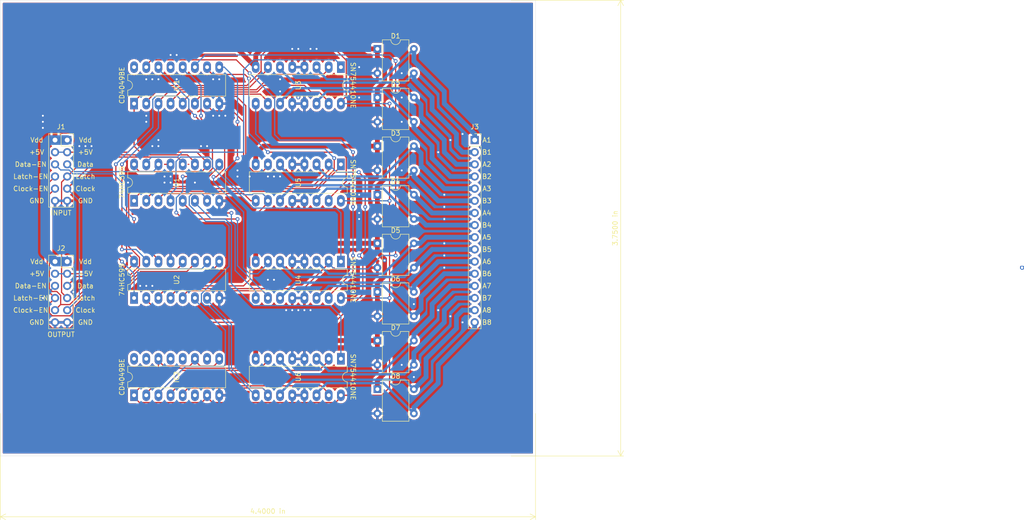
<source format=kicad_pcb>
(kicad_pcb (version 20171130) (host pcbnew "(5.1.0)-1")
  (layers (0 F.Cu signal) (31 B.Cu signal) (34 B.Paste user) (35 F.Paste user) (36 B.SilkS user) (37 F.SilkS user) (38 B.Mask user) (39 F.Mask user) (44 Edge.Cuts user))
  (net 0 "")
  (net 1 VDD)
  (net 2 "Net-(D1-Pad3)")
  (net 3 GND)
  (net 4 "Net-(D1-Pad4)")
  (net 5 "Net-(D2-Pad3)")
  (net 6 "Net-(D2-Pad4)")
  (net 7 "Net-(D3-Pad3)")
  (net 8 "Net-(D3-Pad4)")
  (net 9 "Net-(D4-Pad3)")
  (net 10 "Net-(D4-Pad4)")
  (net 11 "Net-(D5-Pad3)")
  (net 12 "Net-(D5-Pad4)")
  (net 13 "Net-(D6-Pad3)")
  (net 14 "Net-(D6-Pad4)")
  (net 15 "Net-(D7-Pad3)")
  (net 16 "Net-(D7-Pad4)")
  (net 17 "Net-(D8-Pad3)")
  (net 18 "Net-(D8-Pad4)")
  (net 19 "Net-(IC1-Pad16)")
  (net 20 "Net-(IC1-Pad15)")
  (net 21 "Net-(IC1-Pad7)")
  (net 22 "Net-(IC1-Pad14)")
  (net 23 "Net-(IC1-Pad6)")
  (net 24 "Net-(IC1-Pad13)")
  (net 25 "Net-(IC1-Pad5)")
  (net 26 "Net-(IC1-Pad12)")
  (net 27 "Net-(IC1-Pad4)")
  (net 28 "Net-(IC1-Pad11)")
  (net 29 "Net-(IC1-Pad3)")
  (net 30 "Net-(IC1-Pad10)")
  (net 31 "Net-(IC1-Pad2)")
  (net 32 "Net-(IC1-Pad9)")
  (net 33 VCC)
  (net 34 "Net-(IC2-Pad16)")
  (net 35 "Net-(IC2-Pad15)")
  (net 36 "Net-(IC2-Pad6)")
  (net 37 "Net-(IC2-Pad13)")
  (net 38 "Net-(IC2-Pad5)")
  (net 39 "Net-(IC2-Pad12)")
  (net 40 "Net-(IC2-Pad4)")
  (net 41 "Net-(IC2-Pad3)")
  (net 42 "Net-(IC2-Pad10)")
  (net 43 "Net-(IC2-Pad2)")
  (net 44 "Net-(J2-Pad6)")
  (net 45 "Net-(J2-Pad5)")
  (net 46 "Net-(U1-Pad15)")
  (net 47 "Net-(U1-Pad7)")
  (net 48 "Net-(U1-Pad6)")
  (net 49 "Net-(U1-Pad5)")
  (net 50 "Net-(U1-Pad4)")
  (net 51 "Net-(U1-Pad3)")
  (net 52 "Net-(U1-Pad2)")
  (net 53 "Net-(U1-Pad1)")
  (net 54 "Net-(J1-Pad10)")
  (net 55 "Net-(J1-Pad9)")
  (net 56 "Net-(J1-Pad8)")
  (net 57 "Net-(J1-Pad7)")
  (net 58 "Net-(J1-Pad6)")
  (net 59 "Net-(J1-Pad5)")
  (module Connector_PinSocket_2.54mm:PinSocket_2x06_P2.54mm_Vertical (layer F.Cu) (at 161.29 80.01)
    (fp_text reference J2 (at -1.27 -2.77) (layer F.SilkS))
    (fp_text value Conn_02x06_Odd_Even)
    (pad 12 thru_hole oval (at -2.54 12.7) (size 1.7 1.7) (drill 1) (layers *.Cu *.Mask) (net 3 GND))
    (pad 11 thru_hole oval (at 0 12.7) (size 1.7 1.7) (drill 1) (layers *.Cu *.Mask) (net 3 GND))
    (pad 10 thru_hole oval (at -2.54 10.16) (size 1.7 1.7) (drill 1) (layers *.Cu *.Mask) (net 54 "Net-(J1-Pad10)"))
    (pad 9 thru_hole oval (at 0 10.16) (size 1.7 1.7) (drill 1) (layers *.Cu *.Mask) (net 55 "Net-(J1-Pad9)"))
    (pad 8 thru_hole oval (at -2.54 7.62) (size 1.7 1.7) (drill 1) (layers *.Cu *.Mask) (net 56 "Net-(J1-Pad8)"))
    (pad 7 thru_hole oval (at 0 7.62) (size 1.7 1.7) (drill 1) (layers *.Cu *.Mask) (net 57 "Net-(J1-Pad7)"))
    (pad 6 thru_hole oval (at -2.54 5.08) (size 1.7 1.7) (drill 1) (layers *.Cu *.Mask) (net 44 "Net-(J2-Pad6)"))
    (pad 5 thru_hole oval (at 0 5.08) (size 1.7 1.7) (drill 1) (layers *.Cu *.Mask) (net 45 "Net-(J2-Pad5)"))
    (pad 4 thru_hole oval (at -2.54 2.54) (size 1.7 1.7) (drill 1) (layers *.Cu *.Mask) (net 33 VCC))
    (pad 3 thru_hole oval (at 0 2.54) (size 1.7 1.7) (drill 1) (layers *.Cu *.Mask) (net 33 VCC))
    (pad 2 thru_hole oval (at -2.54 0) (size 1.7 1.7) (drill 1) (layers *.Cu *.Mask) (net 1 VDD))
    (pad 1 thru_hole rect (at 0 0) (size 1.7 1.7) (drill 1) (layers *.Cu *.Mask) (net 1 VDD))
  )
  (module Connector_PinSocket_2.54mm:PinSocket_2x06_P2.54mm_Vertical (layer F.Cu) (at 161.29 54.61)
    (fp_text reference J1 (at -1.27 -2.77) (layer F.SilkS))
    (fp_text value Conn_02x06_Odd_Even)
    (pad 12 thru_hole oval (at -2.54 12.7) (size 1.7 1.7) (drill 1) (layers *.Cu *.Mask) (net 3 GND))
    (pad 11 thru_hole oval (at 0 12.7) (size 1.7 1.7) (drill 1) (layers *.Cu *.Mask) (net 3 GND))
    (pad 10 thru_hole oval (at -2.54 10.16) (size 1.7 1.7) (drill 1) (layers *.Cu *.Mask) (net 54 "Net-(J1-Pad10)"))
    (pad 9 thru_hole oval (at 0 10.16) (size 1.7 1.7) (drill 1) (layers *.Cu *.Mask) (net 55 "Net-(J1-Pad9)"))
    (pad 8 thru_hole oval (at -2.54 7.62) (size 1.7 1.7) (drill 1) (layers *.Cu *.Mask) (net 56 "Net-(J1-Pad8)"))
    (pad 7 thru_hole oval (at 0 7.62) (size 1.7 1.7) (drill 1) (layers *.Cu *.Mask) (net 57 "Net-(J1-Pad7)"))
    (pad 6 thru_hole oval (at -2.54 5.08) (size 1.7 1.7) (drill 1) (layers *.Cu *.Mask) (net 58 "Net-(J1-Pad6)"))
    (pad 5 thru_hole oval (at 0 5.08) (size 1.7 1.7) (drill 1) (layers *.Cu *.Mask) (net 59 "Net-(J1-Pad5)"))
    (pad 4 thru_hole oval (at -2.54 2.54) (size 1.7 1.7) (drill 1) (layers *.Cu *.Mask) (net 33 VCC))
    (pad 3 thru_hole oval (at 0 2.54) (size 1.7 1.7) (drill 1) (layers *.Cu *.Mask) (net 33 VCC))
    (pad 2 thru_hole oval (at -2.54 0) (size 1.7 1.7) (drill 1) (layers *.Cu *.Mask) (net 1 VDD))
    (pad 1 thru_hole rect (at 0 0) (size 1.7 1.7) (drill 1) (layers *.Cu *.Mask) (net 1 VDD))
  )
  (module Package_DIP:DIP-16_W7.62mm_LongPads (layer F.Cu) (at 218.44 80.01 270)
    (fp_text reference U4 (at 3.81 8.89 270) (layer F.SilkS))
    (fp_text value SN754410NE)
    (pad 16 thru_hole oval (at 7.62 0 270) (size 2.4 1.6) (drill 0.8) (layers *.Cu *.Mask) (net 33 VCC))
    (pad 8 thru_hole oval (at 0 17.78 270) (size 2.4 1.6) (drill 0.8) (layers *.Cu *.Mask) (net 1 VDD))
    (pad 15 thru_hole oval (at 7.62 2.54 270) (size 2.4 1.6) (drill 0.8) (layers *.Cu *.Mask) (net 20 "Net-(IC1-Pad15)"))
    (pad 7 thru_hole oval (at 0 15.24 270) (size 2.4 1.6) (drill 0.8) (layers *.Cu *.Mask) (net 26 "Net-(IC1-Pad12)"))
    (pad 14 thru_hole oval (at 7.62 5.08 270) (size 2.4 1.6) (drill 0.8) (layers *.Cu *.Mask) (net 13 "Net-(D6-Pad3)"))
    (pad 6 thru_hole oval (at 0 12.7 270) (size 2.4 1.6) (drill 0.8) (layers *.Cu *.Mask) (net 11 "Net-(D5-Pad3)"))
    (pad 13 thru_hole oval (at 7.62 7.62 270) (size 2.4 1.6) (drill 0.8) (layers *.Cu *.Mask) (net 3 GND))
    (pad 5 thru_hole oval (at 0 10.16 270) (size 2.4 1.6) (drill 0.8) (layers *.Cu *.Mask) (net 3 GND))
    (pad 12 thru_hole oval (at 7.62 10.16 270) (size 2.4 1.6) (drill 0.8) (layers *.Cu *.Mask) (net 3 GND))
    (pad 4 thru_hole oval (at 0 7.62 270) (size 2.4 1.6) (drill 0.8) (layers *.Cu *.Mask) (net 3 GND))
    (pad 11 thru_hole oval (at 7.62 12.7 270) (size 2.4 1.6) (drill 0.8) (layers *.Cu *.Mask) (net 14 "Net-(D6-Pad4)"))
    (pad 3 thru_hole oval (at 0 5.08 270) (size 2.4 1.6) (drill 0.8) (layers *.Cu *.Mask) (net 12 "Net-(D5-Pad4)"))
    (pad 10 thru_hole oval (at 7.62 15.24 270) (size 2.4 1.6) (drill 0.8) (layers *.Cu *.Mask) (net 22 "Net-(IC1-Pad14)"))
    (pad 2 thru_hole oval (at 0 2.54 270) (size 2.4 1.6) (drill 0.8) (layers *.Cu *.Mask) (net 28 "Net-(IC1-Pad11)"))
    (pad 9 thru_hole oval (at 7.62 17.78 270) (size 2.4 1.6) (drill 0.8) (layers *.Cu *.Mask) (net 49 "Net-(U1-Pad5)"))
    (pad 1 thru_hole rect (at 0 0 270) (size 2.4 1.6) (drill 0.8) (layers *.Cu *.Mask) (net 50 "Net-(U1-Pad4)"))
  )
  (module Package_DIP:DIP-16_W7.62mm_LongPads (layer F.Cu) (at 218.44 39.37 270)
    (fp_text reference U3 (at 3.81 8.89 270) (layer F.SilkS))
    (fp_text value SN754410NE)
    (pad 16 thru_hole oval (at 7.62 0 270) (size 2.4 1.6) (drill 0.8) (layers *.Cu *.Mask) (net 33 VCC))
    (pad 8 thru_hole oval (at 0 17.78 270) (size 2.4 1.6) (drill 0.8) (layers *.Cu *.Mask) (net 1 VDD))
    (pad 15 thru_hole oval (at 7.62 2.54 270) (size 2.4 1.6) (drill 0.8) (layers *.Cu *.Mask) (net 27 "Net-(IC1-Pad4)"))
    (pad 7 thru_hole oval (at 0 15.24 270) (size 2.4 1.6) (drill 0.8) (layers *.Cu *.Mask) (net 31 "Net-(IC1-Pad2)"))
    (pad 14 thru_hole oval (at 7.62 5.08 270) (size 2.4 1.6) (drill 0.8) (layers *.Cu *.Mask) (net 5 "Net-(D2-Pad3)"))
    (pad 6 thru_hole oval (at 0 12.7 270) (size 2.4 1.6) (drill 0.8) (layers *.Cu *.Mask) (net 2 "Net-(D1-Pad3)"))
    (pad 13 thru_hole oval (at 7.62 7.62 270) (size 2.4 1.6) (drill 0.8) (layers *.Cu *.Mask) (net 3 GND))
    (pad 5 thru_hole oval (at 0 10.16 270) (size 2.4 1.6) (drill 0.8) (layers *.Cu *.Mask) (net 3 GND))
    (pad 12 thru_hole oval (at 7.62 10.16 270) (size 2.4 1.6) (drill 0.8) (layers *.Cu *.Mask) (net 3 GND))
    (pad 4 thru_hole oval (at 0 7.62 270) (size 2.4 1.6) (drill 0.8) (layers *.Cu *.Mask) (net 3 GND))
    (pad 11 thru_hole oval (at 7.62 12.7 270) (size 2.4 1.6) (drill 0.8) (layers *.Cu *.Mask) (net 6 "Net-(D2-Pad4)"))
    (pad 3 thru_hole oval (at 0 5.08 270) (size 2.4 1.6) (drill 0.8) (layers *.Cu *.Mask) (net 4 "Net-(D1-Pad4)"))
    (pad 10 thru_hole oval (at 7.62 15.24 270) (size 2.4 1.6) (drill 0.8) (layers *.Cu *.Mask) (net 25 "Net-(IC1-Pad5)"))
    (pad 2 thru_hole oval (at 0 2.54 270) (size 2.4 1.6) (drill 0.8) (layers *.Cu *.Mask) (net 29 "Net-(IC1-Pad3)"))
    (pad 9 thru_hole oval (at 7.62 17.78 270) (size 2.4 1.6) (drill 0.8) (layers *.Cu *.Mask) (net 53 "Net-(U1-Pad1)"))
    (pad 1 thru_hole rect (at 0 0 270) (size 2.4 1.6) (drill 0.8) (layers *.Cu *.Mask) (net 46 "Net-(U1-Pad15)"))
  )
  (module Package_DIP:DIP-16_W7.62mm_LongPads (layer F.Cu) (at 218.44 100.33 270)
    (fp_text reference U6 (at 3.81 8.89 270) (layer F.SilkS))
    (fp_text value SN754410NE)
    (pad 16 thru_hole oval (at 7.62 0 270) (size 2.4 1.6) (drill 0.8) (layers *.Cu *.Mask) (net 33 VCC))
    (pad 8 thru_hole oval (at 0 17.78 270) (size 2.4 1.6) (drill 0.8) (layers *.Cu *.Mask) (net 1 VDD))
    (pad 15 thru_hole oval (at 7.62 2.54 270) (size 2.4 1.6) (drill 0.8) (layers *.Cu *.Mask) (net 40 "Net-(IC2-Pad4)"))
    (pad 7 thru_hole oval (at 0 15.24 270) (size 2.4 1.6) (drill 0.8) (layers *.Cu *.Mask) (net 43 "Net-(IC2-Pad2)"))
    (pad 14 thru_hole oval (at 7.62 5.08 270) (size 2.4 1.6) (drill 0.8) (layers *.Cu *.Mask) (net 17 "Net-(D8-Pad3)"))
    (pad 6 thru_hole oval (at 0 12.7 270) (size 2.4 1.6) (drill 0.8) (layers *.Cu *.Mask) (net 15 "Net-(D7-Pad3)"))
    (pad 13 thru_hole oval (at 7.62 7.62 270) (size 2.4 1.6) (drill 0.8) (layers *.Cu *.Mask) (net 3 GND))
    (pad 5 thru_hole oval (at 0 10.16 270) (size 2.4 1.6) (drill 0.8) (layers *.Cu *.Mask) (net 3 GND))
    (pad 12 thru_hole oval (at 7.62 10.16 270) (size 2.4 1.6) (drill 0.8) (layers *.Cu *.Mask) (net 3 GND))
    (pad 4 thru_hole oval (at 0 7.62 270) (size 2.4 1.6) (drill 0.8) (layers *.Cu *.Mask) (net 3 GND))
    (pad 11 thru_hole oval (at 7.62 12.7 270) (size 2.4 1.6) (drill 0.8) (layers *.Cu *.Mask) (net 18 "Net-(D8-Pad4)"))
    (pad 3 thru_hole oval (at 0 5.08 270) (size 2.4 1.6) (drill 0.8) (layers *.Cu *.Mask) (net 16 "Net-(D7-Pad4)"))
    (pad 10 thru_hole oval (at 7.62 15.24 270) (size 2.4 1.6) (drill 0.8) (layers *.Cu *.Mask) (net 38 "Net-(IC2-Pad5)"))
    (pad 2 thru_hole oval (at 0 2.54 270) (size 2.4 1.6) (drill 0.8) (layers *.Cu *.Mask) (net 41 "Net-(IC2-Pad3)"))
    (pad 9 thru_hole oval (at 7.62 17.78 270) (size 2.4 1.6) (drill 0.8) (layers *.Cu *.Mask) (net 47 "Net-(U1-Pad7)"))
    (pad 1 thru_hole rect (at 0 0 270) (size 2.4 1.6) (drill 0.8) (layers *.Cu *.Mask) (net 48 "Net-(U1-Pad6)"))
  )
  (module Diode_THT:Diode_Bridge_DIP-4_W7.62mm_P5.08mm (layer F.Cu) (at 226.06 106.68)
    (fp_text reference D8 (at 3.8 -2.7) (layer F.SilkS))
    (fp_text value D_Bridge_+-AA)
    (pad 1 thru_hole rect (at 0 0) (size 1.6 1.6) (drill 0.8) (layers *.Cu *.Mask) (net 1 VDD))
    (pad 3 thru_hole oval (at 7.62 5.08) (size 1.6 1.6) (drill 0.8) (layers *.Cu *.Mask) (net 17 "Net-(D8-Pad3)"))
    (pad 2 thru_hole oval (at 0 5.08) (size 1.6 1.6) (drill 0.8) (layers *.Cu *.Mask) (net 3 GND))
    (pad 4 thru_hole oval (at 7.62 0) (size 1.6 1.6) (drill 0.8) (layers *.Cu *.Mask) (net 18 "Net-(D8-Pad4)"))
  )
  (module Package_DIP:DIP-16_W7.62mm_LongPads (layer F.Cu) (at 218.44 59.69 270)
    (fp_text reference U5 (at 3.81 8.89 270) (layer F.SilkS))
    (fp_text value SN754410NE)
    (pad 16 thru_hole oval (at 7.62 0 270) (size 2.4 1.6) (drill 0.8) (layers *.Cu *.Mask) (net 33 VCC))
    (pad 8 thru_hole oval (at 0 17.78 270) (size 2.4 1.6) (drill 0.8) (layers *.Cu *.Mask) (net 1 VDD))
    (pad 15 thru_hole oval (at 7.62 2.54 270) (size 2.4 1.6) (drill 0.8) (layers *.Cu *.Mask) (net 30 "Net-(IC1-Pad10)"))
    (pad 7 thru_hole oval (at 0 15.24 270) (size 2.4 1.6) (drill 0.8) (layers *.Cu *.Mask) (net 23 "Net-(IC1-Pad6)"))
    (pad 14 thru_hole oval (at 7.62 5.08 270) (size 2.4 1.6) (drill 0.8) (layers *.Cu *.Mask) (net 9 "Net-(D4-Pad3)"))
    (pad 6 thru_hole oval (at 0 12.7 270) (size 2.4 1.6) (drill 0.8) (layers *.Cu *.Mask) (net 7 "Net-(D3-Pad3)"))
    (pad 13 thru_hole oval (at 7.62 7.62 270) (size 2.4 1.6) (drill 0.8) (layers *.Cu *.Mask) (net 3 GND))
    (pad 5 thru_hole oval (at 0 10.16 270) (size 2.4 1.6) (drill 0.8) (layers *.Cu *.Mask) (net 3 GND))
    (pad 12 thru_hole oval (at 7.62 10.16 270) (size 2.4 1.6) (drill 0.8) (layers *.Cu *.Mask) (net 3 GND))
    (pad 4 thru_hole oval (at 0 7.62 270) (size 2.4 1.6) (drill 0.8) (layers *.Cu *.Mask) (net 3 GND))
    (pad 11 thru_hole oval (at 7.62 12.7 270) (size 2.4 1.6) (drill 0.8) (layers *.Cu *.Mask) (net 10 "Net-(D4-Pad4)"))
    (pad 3 thru_hole oval (at 0 5.08 270) (size 2.4 1.6) (drill 0.8) (layers *.Cu *.Mask) (net 8 "Net-(D3-Pad4)"))
    (pad 10 thru_hole oval (at 7.62 15.24 270) (size 2.4 1.6) (drill 0.8) (layers *.Cu *.Mask) (net 32 "Net-(IC1-Pad9)"))
    (pad 2 thru_hole oval (at 0 2.54 270) (size 2.4 1.6) (drill 0.8) (layers *.Cu *.Mask) (net 21 "Net-(IC1-Pad7)"))
    (pad 9 thru_hole oval (at 7.62 17.78 270) (size 2.4 1.6) (drill 0.8) (layers *.Cu *.Mask) (net 51 "Net-(U1-Pad3)"))
    (pad 1 thru_hole rect (at 0 0 270) (size 2.4 1.6) (drill 0.8) (layers *.Cu *.Mask) (net 52 "Net-(U1-Pad2)"))
  )
  (module Package_DIP:DIP-16_W7.62mm_LongPads (layer F.Cu) (at 175.26 87.63 90)
    (fp_text reference U2 (at 3.81 8.89 90) (layer F.SilkS))
    (fp_text value 74HC595)
    (pad 16 thru_hole oval (at 7.62 0 90) (size 2.4 1.6) (drill 0.8) (layers *.Cu *.Mask) (net 33 VCC))
    (pad 8 thru_hole oval (at 0 17.78 90) (size 2.4 1.6) (drill 0.8) (layers *.Cu *.Mask) (net 3 GND))
    (pad 15 thru_hole oval (at 7.62 2.54 90) (size 2.4 1.6) (drill 0.8) (layers *.Cu *.Mask) (net 29 "Net-(IC1-Pad3)"))
    (pad 7 thru_hole oval (at 0 15.24 90) (size 2.4 1.6) (drill 0.8) (layers *.Cu *.Mask) (net 38 "Net-(IC2-Pad5)"))
    (pad 14 thru_hole oval (at 7.62 5.08 90) (size 2.4 1.6) (drill 0.8) (layers *.Cu *.Mask) (net 58 "Net-(J1-Pad6)"))
    (pad 6 thru_hole oval (at 0 12.7 90) (size 2.4 1.6) (drill 0.8) (layers *.Cu *.Mask) (net 41 "Net-(IC2-Pad3)"))
    (pad 13 thru_hole oval (at 7.62 7.62 90) (size 2.4 1.6) (drill 0.8) (layers *.Cu *.Mask) (net 3 GND))
    (pad 5 thru_hole oval (at 0 10.16 90) (size 2.4 1.6) (drill 0.8) (layers *.Cu *.Mask) (net 22 "Net-(IC1-Pad14)"))
    (pad 12 thru_hole oval (at 7.62 10.16 90) (size 2.4 1.6) (drill 0.8) (layers *.Cu *.Mask) (net 54 "Net-(J1-Pad10)"))
    (pad 4 thru_hole oval (at 0 7.62 90) (size 2.4 1.6) (drill 0.8) (layers *.Cu *.Mask) (net 28 "Net-(IC1-Pad11)"))
    (pad 11 thru_hole oval (at 7.62 12.7 90) (size 2.4 1.6) (drill 0.8) (layers *.Cu *.Mask) (net 56 "Net-(J1-Pad8)"))
    (pad 3 thru_hole oval (at 0 5.08 90) (size 2.4 1.6) (drill 0.8) (layers *.Cu *.Mask) (net 32 "Net-(IC1-Pad9)"))
    (pad 10 thru_hole oval (at 7.62 15.24 90) (size 2.4 1.6) (drill 0.8) (layers *.Cu *.Mask) (net 33 VCC))
    (pad 2 thru_hole oval (at 0 2.54 90) (size 2.4 1.6) (drill 0.8) (layers *.Cu *.Mask) (net 21 "Net-(IC1-Pad7)"))
    (pad 9 thru_hole oval (at 7.62 17.78 90) (size 2.4 1.6) (drill 0.8) (layers *.Cu *.Mask) (net 44 "Net-(J2-Pad6)"))
    (pad 1 thru_hole rect (at 0 0 90) (size 2.4 1.6) (drill 0.8) (layers *.Cu *.Mask) (net 25 "Net-(IC1-Pad5)"))
  )
  (module Package_DIP:DIP-16_W7.62mm_LongPads (layer F.Cu) (at 175.26 67.31 90)
    (fp_text reference U1 (at 3.81 8.89 90) (layer F.SilkS))
    (fp_text value 74HC595)
    (pad 16 thru_hole oval (at 7.62 0 90) (size 2.4 1.6) (drill 0.8) (layers *.Cu *.Mask) (net 33 VCC))
    (pad 8 thru_hole oval (at 0 17.78 90) (size 2.4 1.6) (drill 0.8) (layers *.Cu *.Mask) (net 3 GND))
    (pad 15 thru_hole oval (at 7.62 2.54 90) (size 2.4 1.6) (drill 0.8) (layers *.Cu *.Mask) (net 46 "Net-(U1-Pad15)"))
    (pad 7 thru_hole oval (at 0 15.24 90) (size 2.4 1.6) (drill 0.8) (layers *.Cu *.Mask) (net 47 "Net-(U1-Pad7)"))
    (pad 14 thru_hole oval (at 7.62 5.08 90) (size 2.4 1.6) (drill 0.8) (layers *.Cu *.Mask) (net 59 "Net-(J1-Pad5)"))
    (pad 6 thru_hole oval (at 0 12.7 90) (size 2.4 1.6) (drill 0.8) (layers *.Cu *.Mask) (net 48 "Net-(U1-Pad6)"))
    (pad 13 thru_hole oval (at 7.62 7.62 90) (size 2.4 1.6) (drill 0.8) (layers *.Cu *.Mask) (net 3 GND))
    (pad 5 thru_hole oval (at 0 10.16 90) (size 2.4 1.6) (drill 0.8) (layers *.Cu *.Mask) (net 49 "Net-(U1-Pad5)"))
    (pad 12 thru_hole oval (at 7.62 10.16 90) (size 2.4 1.6) (drill 0.8) (layers *.Cu *.Mask) (net 55 "Net-(J1-Pad9)"))
    (pad 4 thru_hole oval (at 0 7.62 90) (size 2.4 1.6) (drill 0.8) (layers *.Cu *.Mask) (net 50 "Net-(U1-Pad4)"))
    (pad 11 thru_hole oval (at 7.62 12.7 90) (size 2.4 1.6) (drill 0.8) (layers *.Cu *.Mask) (net 57 "Net-(J1-Pad7)"))
    (pad 3 thru_hole oval (at 0 5.08 90) (size 2.4 1.6) (drill 0.8) (layers *.Cu *.Mask) (net 51 "Net-(U1-Pad3)"))
    (pad 10 thru_hole oval (at 7.62 15.24 90) (size 2.4 1.6) (drill 0.8) (layers *.Cu *.Mask) (net 33 VCC))
    (pad 2 thru_hole oval (at 0 2.54 90) (size 2.4 1.6) (drill 0.8) (layers *.Cu *.Mask) (net 52 "Net-(U1-Pad2)"))
    (pad 9 thru_hole oval (at 7.62 17.78 90) (size 2.4 1.6) (drill 0.8) (layers *.Cu *.Mask) (net 45 "Net-(J2-Pad5)"))
    (pad 1 thru_hole rect (at 0 0 90) (size 2.4 1.6) (drill 0.8) (layers *.Cu *.Mask) (net 53 "Net-(U1-Pad1)"))
  )
  (module Connector_PinSocket_2.54mm:PinSocket_1x16_P2.54mm_Vertical (layer F.Cu) (at 246.38 54.61)
    (fp_text reference J3 (at 0 -2.77) (layer F.SilkS))
    (fp_text value Conn_01x16_Female)
    (pad 16 thru_hole oval (at 0 38.1) (size 1.7 1.7) (drill 1) (layers *.Cu *.Mask) (net 17 "Net-(D8-Pad3)"))
    (pad 15 thru_hole oval (at 0 35.56) (size 1.7 1.7) (drill 1) (layers *.Cu *.Mask) (net 18 "Net-(D8-Pad4)"))
    (pad 14 thru_hole oval (at 0 33.02) (size 1.7 1.7) (drill 1) (layers *.Cu *.Mask) (net 15 "Net-(D7-Pad3)"))
    (pad 13 thru_hole oval (at 0 30.48) (size 1.7 1.7) (drill 1) (layers *.Cu *.Mask) (net 16 "Net-(D7-Pad4)"))
    (pad 12 thru_hole oval (at 0 27.94) (size 1.7 1.7) (drill 1) (layers *.Cu *.Mask) (net 13 "Net-(D6-Pad3)"))
    (pad 11 thru_hole oval (at 0 25.4) (size 1.7 1.7) (drill 1) (layers *.Cu *.Mask) (net 14 "Net-(D6-Pad4)"))
    (pad 10 thru_hole oval (at 0 22.86) (size 1.7 1.7) (drill 1) (layers *.Cu *.Mask) (net 11 "Net-(D5-Pad3)"))
    (pad 9 thru_hole oval (at 0 20.32) (size 1.7 1.7) (drill 1) (layers *.Cu *.Mask) (net 12 "Net-(D5-Pad4)"))
    (pad 8 thru_hole oval (at 0 17.78) (size 1.7 1.7) (drill 1) (layers *.Cu *.Mask) (net 9 "Net-(D4-Pad3)"))
    (pad 7 thru_hole oval (at 0 15.24) (size 1.7 1.7) (drill 1) (layers *.Cu *.Mask) (net 10 "Net-(D4-Pad4)"))
    (pad 6 thru_hole oval (at 0 12.7) (size 1.7 1.7) (drill 1) (layers *.Cu *.Mask) (net 7 "Net-(D3-Pad3)"))
    (pad 5 thru_hole oval (at 0 10.16) (size 1.7 1.7) (drill 1) (layers *.Cu *.Mask) (net 8 "Net-(D3-Pad4)"))
    (pad 4 thru_hole oval (at 0 7.62) (size 1.7 1.7) (drill 1) (layers *.Cu *.Mask) (net 5 "Net-(D2-Pad3)"))
    (pad 3 thru_hole oval (at 0 5.08) (size 1.7 1.7) (drill 1) (layers *.Cu *.Mask) (net 6 "Net-(D2-Pad4)"))
    (pad 2 thru_hole oval (at 0 2.54) (size 1.7 1.7) (drill 1) (layers *.Cu *.Mask) (net 2 "Net-(D1-Pad3)"))
    (pad 1 thru_hole rect (at 0 0) (size 1.7 1.7) (drill 1) (layers *.Cu *.Mask) (net 4 "Net-(D1-Pad4)"))
  )
  (module Diode_THT:Diode_Bridge_DIP-4_W7.62mm_P5.08mm (layer F.Cu) (at 226.06 96.52)
    (fp_text reference D7 (at 3.8 -2.7) (layer F.SilkS))
    (fp_text value D_Bridge_+-AA)
    (pad 1 thru_hole rect (at 0 0) (size 1.6 1.6) (drill 0.8) (layers *.Cu *.Mask) (net 1 VDD))
    (pad 3 thru_hole oval (at 7.62 5.08) (size 1.6 1.6) (drill 0.8) (layers *.Cu *.Mask) (net 15 "Net-(D7-Pad3)"))
    (pad 2 thru_hole oval (at 0 5.08) (size 1.6 1.6) (drill 0.8) (layers *.Cu *.Mask) (net 3 GND))
    (pad 4 thru_hole oval (at 7.62 0) (size 1.6 1.6) (drill 0.8) (layers *.Cu *.Mask) (net 16 "Net-(D7-Pad4)"))
  )
  (module Diode_THT:Diode_Bridge_DIP-4_W7.62mm_P5.08mm (layer F.Cu) (at 226.06 86.36)
    (fp_text reference D6 (at 3.8 -2.7) (layer F.SilkS))
    (fp_text value D_Bridge_+-AA)
    (pad 1 thru_hole rect (at 0 0) (size 1.6 1.6) (drill 0.8) (layers *.Cu *.Mask) (net 1 VDD))
    (pad 3 thru_hole oval (at 7.62 5.08) (size 1.6 1.6) (drill 0.8) (layers *.Cu *.Mask) (net 13 "Net-(D6-Pad3)"))
    (pad 2 thru_hole oval (at 0 5.08) (size 1.6 1.6) (drill 0.8) (layers *.Cu *.Mask) (net 3 GND))
    (pad 4 thru_hole oval (at 7.62 0) (size 1.6 1.6) (drill 0.8) (layers *.Cu *.Mask) (net 14 "Net-(D6-Pad4)"))
  )
  (module Diode_THT:Diode_Bridge_DIP-4_W7.62mm_P5.08mm (layer F.Cu) (at 226.06 76.2)
    (fp_text reference D5 (at 3.8 -2.7) (layer F.SilkS))
    (fp_text value D_Bridge_+-AA)
    (pad 1 thru_hole rect (at 0 0) (size 1.6 1.6) (drill 0.8) (layers *.Cu *.Mask) (net 1 VDD))
    (pad 3 thru_hole oval (at 7.62 5.08) (size 1.6 1.6) (drill 0.8) (layers *.Cu *.Mask) (net 11 "Net-(D5-Pad3)"))
    (pad 2 thru_hole oval (at 0 5.08) (size 1.6 1.6) (drill 0.8) (layers *.Cu *.Mask) (net 3 GND))
    (pad 4 thru_hole oval (at 7.62 0) (size 1.6 1.6) (drill 0.8) (layers *.Cu *.Mask) (net 12 "Net-(D5-Pad4)"))
  )
  (module Diode_THT:Diode_Bridge_DIP-4_W7.62mm_P5.08mm (layer F.Cu) (at 226.06 66.04)
    (fp_text reference D4 (at 3.8 -2.7) (layer F.SilkS))
    (fp_text value D_Bridge_+-AA)
    (pad 1 thru_hole rect (at 0 0) (size 1.6 1.6) (drill 0.8) (layers *.Cu *.Mask) (net 1 VDD))
    (pad 3 thru_hole oval (at 7.62 5.08) (size 1.6 1.6) (drill 0.8) (layers *.Cu *.Mask) (net 9 "Net-(D4-Pad3)"))
    (pad 2 thru_hole oval (at 0 5.08) (size 1.6 1.6) (drill 0.8) (layers *.Cu *.Mask) (net 3 GND))
    (pad 4 thru_hole oval (at 7.62 0) (size 1.6 1.6) (drill 0.8) (layers *.Cu *.Mask) (net 10 "Net-(D4-Pad4)"))
  )
  (module Package_DIP:DIP-16_W7.62mm_LongPads (layer F.Cu) (at 175.26 46.99 90)
    (fp_text reference IC1 (at 3.81 8.89 90) (layer F.SilkS))
    (fp_text value CD4049UBE)
    (pad 16 thru_hole oval (at 7.62 0 90) (size 2.4 1.6) (drill 0.8) (layers *.Cu *.Mask) (net 19 "Net-(IC1-Pad16)"))
    (pad 8 thru_hole oval (at 0 17.78 90) (size 2.4 1.6) (drill 0.8) (layers *.Cu *.Mask) (net 3 GND))
    (pad 15 thru_hole oval (at 7.62 2.54 90) (size 2.4 1.6) (drill 0.8) (layers *.Cu *.Mask) (net 20 "Net-(IC1-Pad15)"))
    (pad 7 thru_hole oval (at 0 15.24 90) (size 2.4 1.6) (drill 0.8) (layers *.Cu *.Mask) (net 21 "Net-(IC1-Pad7)"))
    (pad 14 thru_hole oval (at 7.62 5.08 90) (size 2.4 1.6) (drill 0.8) (layers *.Cu *.Mask) (net 22 "Net-(IC1-Pad14)"))
    (pad 6 thru_hole oval (at 0 12.7 90) (size 2.4 1.6) (drill 0.8) (layers *.Cu *.Mask) (net 23 "Net-(IC1-Pad6)"))
    (pad 13 thru_hole oval (at 7.62 7.62 90) (size 2.4 1.6) (drill 0.8) (layers *.Cu *.Mask) (net 24 "Net-(IC1-Pad13)"))
    (pad 5 thru_hole oval (at 0 10.16 90) (size 2.4 1.6) (drill 0.8) (layers *.Cu *.Mask) (net 25 "Net-(IC1-Pad5)"))
    (pad 12 thru_hole oval (at 7.62 10.16 90) (size 2.4 1.6) (drill 0.8) (layers *.Cu *.Mask) (net 26 "Net-(IC1-Pad12)"))
    (pad 4 thru_hole oval (at 0 7.62 90) (size 2.4 1.6) (drill 0.8) (layers *.Cu *.Mask) (net 27 "Net-(IC1-Pad4)"))
    (pad 11 thru_hole oval (at 7.62 12.7 90) (size 2.4 1.6) (drill 0.8) (layers *.Cu *.Mask) (net 28 "Net-(IC1-Pad11)"))
    (pad 3 thru_hole oval (at 0 5.08 90) (size 2.4 1.6) (drill 0.8) (layers *.Cu *.Mask) (net 29 "Net-(IC1-Pad3)"))
    (pad 10 thru_hole oval (at 7.62 15.24 90) (size 2.4 1.6) (drill 0.8) (layers *.Cu *.Mask) (net 30 "Net-(IC1-Pad10)"))
    (pad 2 thru_hole oval (at 0 2.54 90) (size 2.4 1.6) (drill 0.8) (layers *.Cu *.Mask) (net 31 "Net-(IC1-Pad2)"))
    (pad 9 thru_hole oval (at 7.62 17.78 90) (size 2.4 1.6) (drill 0.8) (layers *.Cu *.Mask) (net 32 "Net-(IC1-Pad9)"))
    (pad 1 thru_hole rect (at 0 0 90) (size 2.4 1.6) (drill 0.8) (layers *.Cu *.Mask) (net 33 VCC))
  )
  (module Diode_THT:Diode_Bridge_DIP-4_W7.62mm_P5.08mm (layer F.Cu) (at 226.06 55.88)
    (fp_text reference D3 (at 3.8 -2.7) (layer F.SilkS))
    (fp_text value D_Bridge_+-AA)
    (pad 1 thru_hole rect (at 0 0) (size 1.6 1.6) (drill 0.8) (layers *.Cu *.Mask) (net 1 VDD))
    (pad 3 thru_hole oval (at 7.62 5.08) (size 1.6 1.6) (drill 0.8) (layers *.Cu *.Mask) (net 7 "Net-(D3-Pad3)"))
    (pad 2 thru_hole oval (at 0 5.08) (size 1.6 1.6) (drill 0.8) (layers *.Cu *.Mask) (net 3 GND))
    (pad 4 thru_hole oval (at 7.62 0) (size 1.6 1.6) (drill 0.8) (layers *.Cu *.Mask) (net 8 "Net-(D3-Pad4)"))
  )
  (module Diode_THT:Diode_Bridge_DIP-4_W7.62mm_P5.08mm (layer F.Cu) (at 226.06 45.72)
    (fp_text reference D2 (at 3.8 -2.7) (layer F.SilkS))
    (fp_text value D_Bridge_+-AA)
    (pad 1 thru_hole rect (at 0 0) (size 1.6 1.6) (drill 0.8) (layers *.Cu *.Mask) (net 1 VDD))
    (pad 3 thru_hole oval (at 7.62 5.08) (size 1.6 1.6) (drill 0.8) (layers *.Cu *.Mask) (net 5 "Net-(D2-Pad3)"))
    (pad 2 thru_hole oval (at 0 5.08) (size 1.6 1.6) (drill 0.8) (layers *.Cu *.Mask) (net 3 GND))
    (pad 4 thru_hole oval (at 7.62 0) (size 1.6 1.6) (drill 0.8) (layers *.Cu *.Mask) (net 6 "Net-(D2-Pad4)"))
  )
  (module Diode_THT:Diode_Bridge_DIP-4_W7.62mm_P5.08mm (layer F.Cu) (at 226.06 35.56)
    (fp_text reference D1 (at 3.8 -2.7) (layer F.SilkS))
    (fp_text value D_Bridge_+-AA)
    (pad 1 thru_hole rect (at 0 0) (size 1.6 1.6) (drill 0.8) (layers *.Cu *.Mask) (net 1 VDD))
    (pad 3 thru_hole oval (at 7.62 5.08) (size 1.6 1.6) (drill 0.8) (layers *.Cu *.Mask) (net 2 "Net-(D1-Pad3)"))
    (pad 2 thru_hole oval (at 0 5.08) (size 1.6 1.6) (drill 0.8) (layers *.Cu *.Mask) (net 3 GND))
    (pad 4 thru_hole oval (at 7.62 0) (size 1.6 1.6) (drill 0.8) (layers *.Cu *.Mask) (net 4 "Net-(D1-Pad4)"))
  )
  (module Package_DIP:DIP-16_W7.62mm_LongPads (layer F.Cu) (at 175.26 107.95 90)
    (fp_text reference IC2 (at 3.81 8.89 90) (layer F.SilkS))
    (fp_text value CD4049UBE)
    (pad 16 thru_hole oval (at 7.62 0 90) (size 2.4 1.6) (drill 0.8) (layers *.Cu *.Mask) (net 34 "Net-(IC2-Pad16)"))
    (pad 8 thru_hole oval (at 0 17.78 90) (size 2.4 1.6) (drill 0.8) (layers *.Cu *.Mask) (net 3 GND))
    (pad 15 thru_hole oval (at 7.62 2.54 90) (size 2.4 1.6) (drill 0.8) (layers *.Cu *.Mask) (net 35 "Net-(IC2-Pad15)"))
    (pad 7 thru_hole oval (at 0 15.24 90) (size 2.4 1.6) (drill 0.8) (layers *.Cu *.Mask) (net 33 VCC))
    (pad 14 thru_hole oval (at 7.62 5.08 90) (size 2.4 1.6) (drill 0.8) (layers *.Cu *.Mask) (net 33 VCC))
    (pad 6 thru_hole oval (at 0 12.7 90) (size 2.4 1.6) (drill 0.8) (layers *.Cu *.Mask) (net 36 "Net-(IC2-Pad6)"))
    (pad 13 thru_hole oval (at 7.62 7.62 90) (size 2.4 1.6) (drill 0.8) (layers *.Cu *.Mask) (net 37 "Net-(IC2-Pad13)"))
    (pad 5 thru_hole oval (at 0 10.16 90) (size 2.4 1.6) (drill 0.8) (layers *.Cu *.Mask) (net 38 "Net-(IC2-Pad5)"))
    (pad 12 thru_hole oval (at 7.62 10.16 90) (size 2.4 1.6) (drill 0.8) (layers *.Cu *.Mask) (net 39 "Net-(IC2-Pad12)"))
    (pad 4 thru_hole oval (at 0 7.62 90) (size 2.4 1.6) (drill 0.8) (layers *.Cu *.Mask) (net 40 "Net-(IC2-Pad4)"))
    (pad 11 thru_hole oval (at 7.62 12.7 90) (size 2.4 1.6) (drill 0.8) (layers *.Cu *.Mask) (net 33 VCC))
    (pad 3 thru_hole oval (at 0 5.08 90) (size 2.4 1.6) (drill 0.8) (layers *.Cu *.Mask) (net 41 "Net-(IC2-Pad3)"))
    (pad 10 thru_hole oval (at 7.62 15.24 90) (size 2.4 1.6) (drill 0.8) (layers *.Cu *.Mask) (net 42 "Net-(IC2-Pad10)"))
    (pad 2 thru_hole oval (at 0 2.54 90) (size 2.4 1.6) (drill 0.8) (layers *.Cu *.Mask) (net 43 "Net-(IC2-Pad2)"))
    (pad 9 thru_hole oval (at 7.62 17.78 90) (size 2.4 1.6) (drill 0.8) (layers *.Cu *.Mask) (net 33 VCC))
    (pad 1 thru_hole rect (at 0 0 90) (size 2.4 1.6) (drill 0.8) (layers *.Cu *.Mask) (net 33 VCC))
  )
  (gr_text 74HC595 (at 172.72 83.82 90) (layer F.SilkS) (effects (font (size 1 1))))
  (gr_text 74HC595 (at 172.72 63.5 90) (layer F.SilkS) (effects (font (size 1 1))))
  (gr_text CD4049BE (at 172.72 43.18 90) (layer F.SilkS) (effects (font (size 1 1))))
  (gr_text CD4049BE (at 172.72 104.14 90) (layer F.SilkS) (effects (font (size 1 1))))
  (gr_text SN754410NE (at 220.98 104.14 270) (layer F.SilkS) (effects (font (size 1 1))))
  (gr_text SN754410NE (at 220.98 83.82 270) (layer F.SilkS) (effects (font (size 1 1))))
  (gr_text SN754410NE (at 220.98 63.5 270) (layer F.SilkS) (effects (font (size 1 1))))
  (gr_text SN754410NE (at 220.98 43.18 270) (layer F.SilkS) (effects (font (size 1 1))))
  (gr_text OUTPUT (at 160.02 95.25) (layer F.SilkS) (effects (font (size 1 1))))
  (gr_text INPUT (at 160.02 69.85) (layer F.SilkS) (effects (font (size 1 1))))
  (gr_text Clock (at 165.1 90.17) (layer F.SilkS) (effects (font (size 1 1))))
  (gr_text Data (at 165.1 85.09) (layer F.SilkS) (effects (font (size 1 1))))
  (gr_text Latch (at 165.1 87.63) (layer F.SilkS) (effects (font (size 1 1))))
  (gr_text Clock-EN (at 153.67 90.17) (layer F.SilkS) (effects (font (size 1 1))))
  (gr_text Latch-EN (at 153.67 87.63) (layer F.SilkS) (effects (font (size 1 1))))
  (gr_text Data-EN (at 153.67 85.09) (layer F.SilkS) (effects (font (size 1 1))))
  (gr_text Clock (at 165.1 64.77) (layer F.SilkS) (effects (font (size 1 1))))
  (gr_text Latch (at 165.1 62.23) (layer F.SilkS) (effects (font (size 1 1))))
  (gr_text Data (at 165.1 59.69) (layer F.SilkS) (effects (font (size 1 1))))
  (gr_text Clock-EN (at 153.67 64.77) (layer F.SilkS) (effects (font (size 1 1))))
  (gr_text Latch-EN (at 153.67 62.23) (layer F.SilkS) (effects (font (size 1 1))))
  (gr_text Data-EN (at 153.67 59.69) (layer F.SilkS) (effects (font (size 1 1))))
  (gr_text GND (at 165.1 92.71) (layer F.SilkS) (effects (font (size 1 1))))
  (gr_text Vdd (at 165.1 80.01) (layer F.SilkS) (effects (font (size 1 1))))
  (gr_text +5V (at 165.1 82.55) (layer F.SilkS) (effects (font (size 1 1))))
  (gr_text GND (at 154.94 92.71) (layer F.SilkS) (effects (font (size 1 1))))
  (gr_text +5V (at 154.94 82.55) (layer F.SilkS) (effects (font (size 1 1))))
  (gr_text Vdd (at 154.94 80.01) (layer F.SilkS) (effects (font (size 1 1))))
  (gr_text GND (at 165.1 67.31) (layer F.SilkS) (effects (font (size 1 1))))
  (gr_text GND (at 154.94 67.31) (layer F.SilkS) (effects (font (size 1 1))))
  (gr_text +5V (at 165.1 57.15) (layer F.SilkS) (effects (font (size 1 1))))
  (gr_text +5V (at 154.94 57.15) (layer F.SilkS) (effects (font (size 1 1))))
  (gr_text Vdd (at 165.1 54.61) (layer F.SilkS) (effects (font (size 1 1))))
  (gr_text Vdd (at 154.94 54.61) (layer F.SilkS) (effects (font (size 1 1))))
  (gr_text A6 (at 248.92 80.01) (layer F.SilkS) (effects (font (size 1 1))))
  (gr_text B8 (at 248.92 92.71) (layer F.SilkS) (effects (font (size 1 1))))
  (gr_text B2 (at 248.92 62.23) (layer F.SilkS) (effects (font (size 1 1))))
  (gr_text B4 (at 248.92 72.39) (layer F.SilkS) (effects (font (size 1 1))))
  (gr_text A4 (at 248.92 69.85) (layer F.SilkS) (effects (font (size 1 1))))
  (gr_text A1 (at 248.92 54.61) (layer F.SilkS) (effects (font (size 1 1))))
  (gr_text A7 (at 248.92 85.09) (layer F.SilkS) (effects (font (size 1 1))))
  (gr_text A8 (at 248.92 90.17) (layer F.SilkS) (effects (font (size 1 1))))
  (gr_text B6 (at 248.92 82.55) (layer F.SilkS) (effects (font (size 1 1))))
  (gr_text B7 (at 248.92 87.63) (layer F.SilkS) (effects (font (size 1 1))))
  (gr_text B5 (at 248.92 77.47) (layer F.SilkS) (effects (font (size 1 1))))
  (gr_text A5 (at 248.92 74.93) (layer F.SilkS) (effects (font (size 1 1))))
  (gr_text A3 (at 248.92 64.77) (layer F.SilkS) (effects (font (size 1 1))))
  (gr_text B1 (at 248.92 57.15) (layer F.SilkS) (effects (font (size 1 1))))
  (gr_text A2 (at 248.92 59.69) (layer F.SilkS) (effects (font (size 1 1))))
  (gr_text B3 (at 248.92 67.31) (layer F.SilkS) (effects (font (size 1 1))))
  (dimension 111.76 (width 0.12) (layer F.SilkS) (gr_text "111.760 mm" (at 203.2 134.619999) (layer F.SilkS) (effects (font (size 1 1) (thickness 0.15)))) (feature1 (pts (xy 259.08 111.76) (xy 259.08 133.93642))) (feature2 (pts (xy 147.32 111.76) (xy 147.32 133.93642))) (crossbar (pts (xy 147.32 133.349999) (xy 259.08 133.349999))) (arrow1a (pts (xy 259.08 133.349999) (xy 257.953496 133.93642))) (arrow1b (pts (xy 259.08 133.349999) (xy 257.953496 132.763578))) (arrow2a (pts (xy 147.32 133.349999) (xy 148.446504 133.93642))) (arrow2b (pts (xy 147.32 133.349999) (xy 148.446504 132.763578))))
  (dimension 95.25 (width 0.12) (layer F.SilkS) (gr_text "95.250 mm" (at 278.13 73.025 270) (layer F.SilkS) (effects (font (size 1 1) (thickness 0.15)))) (feature1 (pts (xy 254 120.65) (xy 277.446421 120.65))) (feature2 (pts (xy 254 25.4) (xy 277.446421 25.4))) (crossbar (pts (xy 276.86 25.4) (xy 276.86 120.65))) (arrow1a (pts (xy 276.86 120.65) (xy 276.273579 119.523496))) (arrow1b (pts (xy 276.86 120.65) (xy 277.446421 119.523496))) (arrow2a (pts (xy 276.86 25.4) (xy 276.273579 26.526504))) (arrow2b (pts (xy 276.86 25.4) (xy 277.446421 26.526504))))
  (gr_line (start 259.08 25.4) (end 259.08 39.37) (layer Edge.Cuts) (width 0.05))
  (gr_line (start 147.32 25.4) (end 259.08 25.4) (layer Edge.Cuts) (width 0.05))
  (gr_line (start 147.32 120.65) (end 147.32 25.4) (layer Edge.Cuts) (width 0.05))
  (gr_line (start 259.08 120.65) (end 147.32 120.65) (layer Edge.Cuts) (width 0.05))
  (gr_line (start 259.08 39.37) (end 259.08 120.65) (layer Edge.Cuts) (width 0.05))
  (via (at 360.68 81.28) (size 0.8) (drill 0.4) (layers F.Cu B.Cu) (net 0))
  (via (at 360.68 81.28) (size 0.8) (drill 0.4) (layers F.Cu B.Cu) (net 0))
  (via (at 360.68 81.28) (size 0.8) (drill 0.4) (layers F.Cu B.Cu) (net 0))
  (via (at 360.68 81.28) (size 0.8) (drill 0.4) (layers F.Cu B.Cu) (net 0))
  (via (at 360.68 81.28) (size 0.8) (drill 0.4) (layers F.Cu B.Cu) (net 0))
  (via (at 360.68 81.28) (size 0.8) (drill 0.4) (layers F.Cu B.Cu) (net 0))
  (via (at 360.68 81.28) (size 0.8) (drill 0.4) (layers F.Cu B.Cu) (net 0))
  (via (at 360.68 81.28) (size 0.8) (drill 0.4) (layers F.Cu B.Cu) (net 0))
  (via (at 360.68 81.28) (size 0.8) (drill 0.4) (layers F.Cu B.Cu) (net 0))
  (via (at 360.68 81.28) (size 0.8) (drill 0.4) (layers F.Cu B.Cu) (net 0))
  (via (at 360.68 81.28) (size 0.8) (drill 0.4) (layers F.Cu B.Cu) (net 0))
  (via (at 360.68 81.28) (size 0.8) (drill 0.4) (layers F.Cu B.Cu) (net 0))
  (via (at 360.68 81.28) (size 0.8) (drill 0.4) (layers F.Cu B.Cu) (net 0))
  (via (at 360.68 81.28) (size 0.8) (drill 0.4) (layers F.Cu B.Cu) (net 0))
  (via (at 360.68 81.28) (size 0.8) (drill 0.4) (layers F.Cu B.Cu) (net 0))
  (via (at 360.68 81.28) (size 0.8) (drill 0.4) (layers F.Cu B.Cu) (net 0))
  (via (at 360.68 81.28) (size 0.8) (drill 0.4) (layers F.Cu B.Cu) (net 0))
  (via (at 205.74 41.91) (size 0.8) (drill 0.4) (layers F.Cu B.Cu) (net 3))
  (via (at 196.85 62.23) (size 0.8) (drill 0.4) (layers F.Cu B.Cu) (net 3))
  (segment (start 226.06 98.32) (end 226.06 96.52) (width 1) (layer F.Cu) (net 1))
  (segment (start 227.560001 99.820001) (end 226.06 98.32) (width 1) (layer F.Cu) (net 1))
  (segment (start 227.560001 103.379999) (end 227.560001 99.820001) (width 1) (layer F.Cu) (net 1))
  (segment (start 226.06 104.88) (end 227.560001 103.379999) (width 1) (layer F.Cu) (net 1))
  (segment (start 226.06 106.68) (end 226.06 104.88) (width 1) (layer F.Cu) (net 1))
  (segment (start 226.06 88.16) (end 226.06 86.36) (width 1) (layer F.Cu) (net 1))
  (segment (start 226.06 96.52) (end 226.06 93.660002) (width 1) (layer F.Cu) (net 1))
  (segment (start 226.06 93.660002) (end 227.560001 92.160001) (width 1) (layer F.Cu) (net 1))
  (segment (start 227.560001 92.160001) (end 227.560001 89.660001) (width 1) (layer F.Cu) (net 1))
  (segment (start 227.560001 89.660001) (end 226.06 88.16) (width 1) (layer F.Cu) (net 1))
  (segment (start 226.06 78) (end 226.06 76.2) (width 1) (layer F.Cu) (net 1))
  (via (at 227.560001 79.779999) (size 0.8) (drill 0.4) (layers F.Cu B.Cu) (net 1))
  (segment (start 227.560001 79.779999) (end 227.560001 79.500001) (width 1) (layer F.Cu) (net 1))
  (segment (start 226.06 86.36) (end 226.06 84.56) (width 1) (layer F.Cu) (net 1))
  (segment (start 226.06 84.56) (end 227.560001 83.059999) (width 1) (layer F.Cu) (net 1))
  (segment (start 227.560001 83.059999) (end 227.560001 79.779999) (width 1) (layer F.Cu) (net 1))
  (segment (start 227.560001 79.500001) (end 226.06 78) (width 1) (layer F.Cu) (net 1))
  (segment (start 226.06 67.84) (end 226.06 66.04) (width 1) (layer F.Cu) (net 1))
  (segment (start 226.06 76.2) (end 226.06 74.4) (width 1) (layer F.Cu) (net 1))
  (segment (start 226.06 74.4) (end 227.560001 72.899999) (width 1) (layer F.Cu) (net 1))
  (segment (start 227.560001 72.899999) (end 227.560001 69.340001) (width 1) (layer F.Cu) (net 1))
  (segment (start 227.560001 69.340001) (end 226.06 67.84) (width 1) (layer F.Cu) (net 1))
  (segment (start 226.06 57.68) (end 226.06 55.88) (width 1) (layer F.Cu) (net 1))
  (segment (start 226.06 66.04) (end 226.06 64.24) (width 1) (layer F.Cu) (net 1))
  (segment (start 226.06 64.24) (end 227.560001 62.739999) (width 1) (layer F.Cu) (net 1))
  (segment (start 227.560001 62.739999) (end 227.560001 59.180001) (width 1) (layer F.Cu) (net 1))
  (segment (start 227.560001 59.180001) (end 226.06 57.68) (width 1) (layer F.Cu) (net 1))
  (segment (start 226.06 47.52) (end 226.06 45.72) (width 1) (layer F.Cu) (net 1))
  (segment (start 226.06 55.88) (end 226.06 54.08) (width 1) (layer F.Cu) (net 1))
  (segment (start 226.06 54.08) (end 227.560001 52.579999) (width 1) (layer F.Cu) (net 1))
  (segment (start 227.560001 52.579999) (end 227.560001 49.020001) (width 1) (layer F.Cu) (net 1))
  (segment (start 227.560001 49.020001) (end 226.06 47.52) (width 1) (layer F.Cu) (net 1))
  (segment (start 226.06 37.36) (end 226.06 35.56) (width 1) (layer F.Cu) (net 1))
  (segment (start 226.06 45.72) (end 226.06 43.92) (width 1) (layer F.Cu) (net 1))
  (segment (start 226.06 43.92) (end 227.560001 42.419999) (width 1) (layer F.Cu) (net 1))
  (segment (start 227.560001 42.419999) (end 227.560001 38.860001) (width 1) (layer F.Cu) (net 1))
  (segment (start 227.560001 38.860001) (end 226.06 37.36) (width 1) (layer F.Cu) (net 1))
  (segment (start 200.66 39.37) (end 200.66 38.97) (width 0.25) (layer F.Cu) (net 1))
  (segment (start 224.26 55.88) (end 226.06 55.88) (width 1) (layer F.Cu) (net 1))
  (segment (start 200.66 59.69) (end 200.66 57.49) (width 1) (layer F.Cu) (net 1))
  (segment (start 200.66 57.49) (end 202.27 55.88) (width 1) (layer F.Cu) (net 1))
  (segment (start 202.27 55.88) (end 224.26 55.88) (width 1) (layer F.Cu) (net 1))
  (segment (start 224.26 76.2) (end 226.06 76.2) (width 1) (layer F.Cu) (net 1))
  (segment (start 202.27 76.2) (end 224.26 76.2) (width 1) (layer F.Cu) (net 1))
  (segment (start 200.66 77.81) (end 202.27 76.2) (width 1) (layer F.Cu) (net 1))
  (segment (start 200.66 80.01) (end 200.66 77.81) (width 1) (layer F.Cu) (net 1))
  (segment (start 224.26 96.52) (end 226.06 96.52) (width 1) (layer F.Cu) (net 1))
  (segment (start 200.66 100.33) (end 200.66 98.13) (width 1) (layer F.Cu) (net 1))
  (segment (start 200.66 98.13) (end 202.27 96.52) (width 1) (layer F.Cu) (net 1))
  (segment (start 202.27 96.52) (end 224.26 96.52) (width 1) (layer F.Cu) (net 1))
  (segment (start 161.29 80.01) (end 161.29 78.91) (width 0.25) (layer B.Cu) (net 1))
  (segment (start 196.85 35.56) (end 200.66 39.37) (width 1) (layer F.Cu) (net 1))
  (segment (start 162.56 35.56) (end 196.85 35.56) (width 1) (layer F.Cu) (net 1))
  (segment (start 158.75 54.61) (end 158.75 39.37) (width 1) (layer F.Cu) (net 1))
  (segment (start 158.75 39.37) (end 162.56 35.56) (width 1) (layer F.Cu) (net 1))
  (segment (start 157.900001 79.160001) (end 158.75 80.01) (width 2) (layer B.Cu) (net 1))
  (segment (start 158.75 54.61) (end 157.547919 54.61) (width 2) (layer B.Cu) (net 1))
  (segment (start 157.547919 54.61) (end 156.699999 55.45792) (width 2) (layer B.Cu) (net 1))
  (segment (start 156.699999 55.45792) (end 156.699999 77.959999) (width 2) (layer B.Cu) (net 1))
  (segment (start 156.699999 77.959999) (end 157.900001 79.160001) (width 2) (layer B.Cu) (net 1))
  (segment (start 224.26 35.56) (end 226.06 35.56) (width 1) (layer F.Cu) (net 1))
  (segment (start 221.72 33.02) (end 224.26 35.56) (width 1) (layer F.Cu) (net 1))
  (segment (start 204.47 33.02) (end 221.72 33.02) (width 1) (layer F.Cu) (net 1))
  (segment (start 200.66 39.37) (end 200.66 36.83) (width 1) (layer F.Cu) (net 1))
  (segment (start 200.66 36.83) (end 204.47 33.02) (width 1) (layer F.Cu) (net 1))
  (segment (start 158.75 54.61) (end 161.29 54.61) (width 2) (layer B.Cu) (net 1))
  (segment (start 158.75 80.01) (end 161.29 80.01) (width 2) (layer B.Cu) (net 1))
  (segment (start 233.68 40.64) (end 233.68 41.91) (width 1) (layer B.Cu) (net 2))
  (segment (start 233.68 41.91) (end 237.49 45.72) (width 1) (layer B.Cu) (net 2))
  (segment (start 237.49 45.72) (end 237.49 48.26) (width 1) (layer B.Cu) (net 2))
  (segment (start 237.49 48.26) (end 242.57 53.34) (width 1) (layer B.Cu) (net 2))
  (segment (start 242.57 53.34) (end 242.57 55.88) (width 1) (layer B.Cu) (net 2))
  (segment (start 242.57 55.88) (end 243.84 57.15) (width 1) (layer B.Cu) (net 2))
  (segment (start 243.84 57.15) (end 246.38 57.15) (width 1) (layer B.Cu) (net 2))
  (segment (start 205.74 39.77) (end 205.74 39.37) (width 0.5) (layer B.Cu) (net 2))
  (segment (start 233.68 40.64) (end 231.70999 42.61001) (width 0.5) (layer B.Cu) (net 2))
  (segment (start 231.70999 42.61001) (end 208.58001 42.61001) (width 0.5) (layer B.Cu) (net 2))
  (segment (start 208.58001 42.61001) (end 205.74 39.77) (width 0.5) (layer B.Cu) (net 2))
  (via (at 231.14 101.6) (size 0.8) (drill 0.4) (layers F.Cu B.Cu) (net 3))
  (via (at 231.14 60.96) (size 0.8) (drill 0.4) (layers F.Cu B.Cu) (net 3))
  (via (at 231.14 45.72) (size 0.8) (drill 0.4) (layers F.Cu B.Cu) (net 3))
  (via (at 231.14 40.64) (size 0.8) (drill 0.4) (layers F.Cu B.Cu) (net 3))
  (via (at 238.76 57.15) (size 0.8) (drill 0.4) (layers F.Cu B.Cu) (net 3))
  (segment (start 181.61 59.69) (end 182.88 59.69) (width 0.25) (layer F.Cu) (net 3))
  (via (at 238.76 90.17) (size 0.8) (drill 0.4) (layers F.Cu B.Cu) (net 3))
  (via (at 241.3 91.44) (size 0.8) (drill 0.4) (layers F.Cu B.Cu) (net 3))
  (via (at 243.84 92.71) (size 0.8) (drill 0.4) (layers F.Cu B.Cu) (net 3))
  (via (at 240.03 81.28) (size 0.8) (drill 0.4) (layers F.Cu B.Cu) (net 3))
  (via (at 240.03 78.74) (size 0.8) (drill 0.4) (layers F.Cu B.Cu) (net 3))
  (via (at 240.03 76.2) (size 0.8) (drill 0.4) (layers F.Cu B.Cu) (net 3))
  (via (at 240.03 71.12) (size 0.8) (drill 0.4) (layers F.Cu B.Cu) (net 3))
  (via (at 240.03 68.58) (size 0.8) (drill 0.4) (layers F.Cu B.Cu) (net 3))
  (via (at 240.03 66.04) (size 0.8) (drill 0.4) (layers F.Cu B.Cu) (net 3))
  (via (at 241.3 54.61) (size 0.8) (drill 0.4) (layers F.Cu B.Cu) (net 3))
  (via (at 243.84 53.34) (size 0.8) (drill 0.4) (layers F.Cu B.Cu) (net 3))
  (via (at 233.68 104.14) (size 0.8) (drill 0.4) (layers F.Cu B.Cu) (net 3))
  (via (at 233.68 88.9) (size 0.8) (drill 0.4) (layers F.Cu B.Cu) (net 3))
  (via (at 231.14 50.8) (size 0.8) (drill 0.4) (layers F.Cu B.Cu) (net 3))
  (segment (start 161.29 67.31) (end 158.75 67.31) (width 0.25) (layer B.Cu) (net 3))
  (segment (start 161.29 92.71) (end 158.75 92.71) (width 0.25) (layer B.Cu) (net 3))
  (via (at 162.56 86.36) (size 0.8) (drill 0.4) (layers F.Cu B.Cu) (net 3))
  (via (at 173.99 63.5) (size 0.8) (drill 0.4) (layers F.Cu B.Cu) (net 3))
  (via (at 182.88 62.23) (size 0.8) (drill 0.4) (layers F.Cu B.Cu) (net 3))
  (via (at 182.88 63.5) (size 0.8) (drill 0.4) (layers F.Cu B.Cu) (net 3))
  (via (at 181.61 63.5) (size 0.8) (drill 0.4) (layers F.Cu B.Cu) (net 3))
  (via (at 181.61 62.23) (size 0.8) (drill 0.4) (layers F.Cu B.Cu) (net 3))
  (via (at 163.83 55.88) (size 0.8) (drill 0.4) (layers F.Cu B.Cu) (net 3))
  (via (at 165.1 55.88) (size 0.8) (drill 0.4) (layers F.Cu B.Cu) (net 3))
  (via (at 166.37 55.88) (size 0.8) (drill 0.4) (layers F.Cu B.Cu) (net 3))
  (via (at 177.8 49.53) (size 0.8) (drill 0.4) (layers F.Cu B.Cu) (net 3))
  (via (at 177.8 50.8) (size 0.8) (drill 0.4) (layers F.Cu B.Cu) (net 3))
  (via (at 179.07 55.88) (size 0.8) (drill 0.4) (layers F.Cu B.Cu) (net 3))
  (via (at 180.34 55.88) (size 0.8) (drill 0.4) (layers F.Cu B.Cu) (net 3))
  (via (at 180.34 54.61) (size 0.8) (drill 0.4) (layers F.Cu B.Cu) (net 3))
  (via (at 180.34 41.91) (size 0.8) (drill 0.4) (layers F.Cu B.Cu) (net 3))
  (via (at 179.07 41.91) (size 0.8) (drill 0.4) (layers F.Cu B.Cu) (net 3))
  (via (at 177.8 41.91) (size 0.8) (drill 0.4) (layers F.Cu B.Cu) (net 3))
  (via (at 156.21 52.07) (size 0.8) (drill 0.4) (layers F.Cu B.Cu) (net 3))
  (via (at 156.21 50.8) (size 0.8) (drill 0.4) (layers F.Cu B.Cu) (net 3))
  (via (at 156.21 49.53) (size 0.8) (drill 0.4) (layers F.Cu B.Cu) (net 3))
  (via (at 184.15 36.83) (size 0.8) (drill 0.4) (layers F.Cu B.Cu) (net 3))
  (via (at 182.88 36.83) (size 0.8) (drill 0.4) (layers F.Cu B.Cu) (net 3))
  (via (at 191.77 41.91) (size 0.8) (drill 0.4) (layers F.Cu B.Cu) (net 3))
  (via (at 193.04 41.91) (size 0.8) (drill 0.4) (layers F.Cu B.Cu) (net 3))
  (via (at 209.55 35.56) (size 0.8) (drill 0.4) (layers F.Cu B.Cu) (net 3))
  (via (at 208.28 35.56) (size 0.8) (drill 0.4) (layers F.Cu B.Cu) (net 3))
  (via (at 213.36 35.56) (size 0.8) (drill 0.4) (layers F.Cu B.Cu) (net 3))
  (via (at 212.09 35.56) (size 0.8) (drill 0.4) (layers F.Cu B.Cu) (net 3))
  (via (at 205.74 44.45) (size 0.8) (drill 0.4) (layers F.Cu B.Cu) (net 3))
  (via (at 209.55 45.72) (size 0.8) (drill 0.4) (layers F.Cu B.Cu) (net 3))
  (via (at 184.15 41.91) (size 0.8) (drill 0.4) (layers F.Cu B.Cu) (net 3))
  (via (at 222.25 45.72) (size 0.8) (drill 0.4) (layers F.Cu B.Cu) (net 3))
  (via (at 222.25 39.37) (size 0.8) (drill 0.4) (layers F.Cu B.Cu) (net 3))
  (via (at 205.74 62.23) (size 0.8) (drill 0.4) (layers F.Cu B.Cu) (net 3))
  (via (at 204.47 62.23) (size 0.8) (drill 0.4) (layers F.Cu B.Cu) (net 3))
  (via (at 203.2 62.23) (size 0.8) (drill 0.4) (layers F.Cu B.Cu) (net 3))
  (via (at 199.39 62.23) (size 0.8) (drill 0.4) (layers F.Cu B.Cu) (net 3))
  (via (at 222.25 69.85) (size 0.8) (drill 0.4) (layers F.Cu B.Cu) (net 3))
  (via (at 222.25 71.12) (size 0.8) (drill 0.4) (layers F.Cu B.Cu) (net 3))
  (via (at 222.25 66.04) (size 0.8) (drill 0.4) (layers F.Cu B.Cu) (net 3))
  (via (at 187.96 63.5) (size 0.8) (drill 0.4) (layers F.Cu B.Cu) (net 3))
  (via (at 190.5 55.88) (size 0.8) (drill 0.4) (layers F.Cu B.Cu) (net 3))
  (via (at 189.23 55.88) (size 0.8) (drill 0.4) (layers F.Cu B.Cu) (net 3))
  (via (at 176.53 85.09) (size 0.8) (drill 0.4) (layers F.Cu B.Cu) (net 3))
  (via (at 177.8 85.09) (size 0.8) (drill 0.4) (layers F.Cu B.Cu) (net 3))
  (via (at 179.07 85.09) (size 0.8) (drill 0.4) (layers F.Cu B.Cu) (net 3))
  (via (at 203.2 83.82) (size 0.8) (drill 0.4) (layers F.Cu B.Cu) (net 3))
  (via (at 204.47 83.82) (size 0.8) (drill 0.4) (layers F.Cu B.Cu) (net 3))
  (via (at 212.09 90.17) (size 0.8) (drill 0.4) (layers F.Cu B.Cu) (net 3))
  (via (at 210.82 90.17) (size 0.8) (drill 0.4) (layers F.Cu B.Cu) (net 3))
  (via (at 209.55 90.17) (size 0.8) (drill 0.4) (layers F.Cu B.Cu) (net 3))
  (via (at 208.28 90.17) (size 0.8) (drill 0.4) (layers F.Cu B.Cu) (net 3))
  (via (at 207.01 90.17) (size 0.8) (drill 0.4) (layers F.Cu B.Cu) (net 3))
  (via (at 220.98 86.36) (size 0.8) (drill 0.4) (layers F.Cu B.Cu) (net 3))
  (via (at 191.77 49.53) (size 0.8) (drill 0.4) (layers F.Cu B.Cu) (net 3))
  (via (at 193.04 49.53) (size 0.8) (drill 0.4) (layers F.Cu B.Cu) (net 3))
  (via (at 194.31 49.53) (size 0.8) (drill 0.4) (layers F.Cu B.Cu) (net 3))
  (via (at 196.85 60.96) (size 0.8) (drill 0.4) (layers F.Cu B.Cu) (net 3))
  (segment (start 246.38 53.34) (end 246.38 54.61) (width 1) (layer B.Cu) (net 4))
  (segment (start 240.03 46.99) (end 246.38 53.34) (width 1) (layer B.Cu) (net 4))
  (segment (start 240.03 44.45) (end 240.03 46.99) (width 1) (layer B.Cu) (net 4))
  (segment (start 233.68 35.56) (end 233.68 38.1) (width 1) (layer B.Cu) (net 4))
  (segment (start 233.68 38.1) (end 240.03 44.45) (width 1) (layer B.Cu) (net 4))
  (segment (start 233.68 35.56) (end 227.33 41.91) (width 0.5) (layer B.Cu) (net 4))
  (segment (start 227.33 41.91) (end 215.5 41.91) (width 0.5) (layer B.Cu) (net 4))
  (segment (start 215.5 41.91) (end 213.36 39.77) (width 0.5) (layer B.Cu) (net 4))
  (segment (start 213.36 39.77) (end 213.36 39.37) (width 0.5) (layer B.Cu) (net 4))
  (segment (start 241.3 62.23) (end 246.38 62.23) (width 1) (layer B.Cu) (net 5))
  (segment (start 237.49 58.42) (end 241.3 62.23) (width 1) (layer B.Cu) (net 5))
  (segment (start 237.49 55.88) (end 237.49 58.42) (width 1) (layer B.Cu) (net 5))
  (segment (start 233.68 50.8) (end 233.68 52.07) (width 1) (layer B.Cu) (net 5))
  (segment (start 233.68 52.07) (end 237.49 55.88) (width 1) (layer B.Cu) (net 5))
  (segment (start 213.36 46.59) (end 213.36 46.99) (width 0.5) (layer B.Cu) (net 5))
  (segment (start 233.68 50.8) (end 227.349999 44.469999) (width 0.5) (layer B.Cu) (net 5))
  (segment (start 227.349999 44.469999) (end 215.480001 44.469999) (width 0.5) (layer B.Cu) (net 5))
  (segment (start 215.480001 44.469999) (end 213.36 46.59) (width 0.5) (layer B.Cu) (net 5))
  (segment (start 235.180001 47.220001) (end 235.180001 49.760001) (width 1) (layer B.Cu) (net 6))
  (segment (start 233.68 45.72) (end 235.180001 47.220001) (width 1) (layer B.Cu) (net 6))
  (segment (start 235.180001 49.760001) (end 240.03 54.61) (width 1) (layer B.Cu) (net 6))
  (segment (start 240.03 54.61) (end 240.03 57.15) (width 1) (layer B.Cu) (net 6))
  (segment (start 242.57 59.69) (end 246.38 59.69) (width 1) (layer B.Cu) (net 6))
  (segment (start 240.03 57.15) (end 242.57 59.69) (width 1) (layer B.Cu) (net 6))
  (segment (start 205.74 46.59) (end 205.74 46.99) (width 0.5) (layer B.Cu) (net 6))
  (segment (start 233.68 45.72) (end 231.729989 43.769989) (width 0.5) (layer B.Cu) (net 6))
  (segment (start 231.729989 43.769989) (end 208.560011 43.769989) (width 0.5) (layer B.Cu) (net 6))
  (segment (start 208.560011 43.769989) (end 205.74 46.59) (width 0.5) (layer B.Cu) (net 6))
  (segment (start 233.68 60.96) (end 233.68 62.23) (width 1) (layer B.Cu) (net 7))
  (segment (start 238.76 67.31) (end 246.38 67.31) (width 1) (layer B.Cu) (net 7))
  (segment (start 233.68 62.23) (end 238.76 67.31) (width 1) (layer B.Cu) (net 7))
  (segment (start 233.68 60.96) (end 231.70999 62.93001) (width 0.5) (layer B.Cu) (net 7))
  (segment (start 205.74 60.09) (end 205.74 59.69) (width 0.5) (layer B.Cu) (net 7))
  (segment (start 208.58001 62.93001) (end 205.74 60.09) (width 0.5) (layer B.Cu) (net 7))
  (segment (start 231.70999 62.93001) (end 208.58001 62.93001) (width 0.5) (layer B.Cu) (net 7))
  (segment (start 235.180001 57.380001) (end 235.180001 60.239999) (width 1) (layer B.Cu) (net 8))
  (segment (start 233.68 55.88) (end 235.180001 57.380001) (width 1) (layer B.Cu) (net 8))
  (segment (start 235.180001 60.239999) (end 235.499999 60.239999) (width 1) (layer B.Cu) (net 8))
  (segment (start 240.03 64.77) (end 246.38 64.77) (width 1) (layer B.Cu) (net 8))
  (segment (start 235.499999 60.239999) (end 240.03 64.77) (width 1) (layer B.Cu) (net 8))
  (segment (start 213.36 60.09) (end 213.36 59.69) (width 0.5) (layer B.Cu) (net 8))
  (segment (start 233.68 55.88) (end 227.33 62.23) (width 0.5) (layer B.Cu) (net 8))
  (segment (start 227.33 62.23) (end 215.5 62.23) (width 0.5) (layer B.Cu) (net 8))
  (segment (start 215.5 62.23) (end 213.36 60.09) (width 0.5) (layer B.Cu) (net 8))
  (segment (start 233.68 71.12) (end 234.95 71.12) (width 1) (layer B.Cu) (net 9))
  (segment (start 236.22 72.39) (end 246.38 72.39) (width 1) (layer B.Cu) (net 9))
  (segment (start 234.95 71.12) (end 236.22 72.39) (width 1) (layer B.Cu) (net 9))
  (segment (start 233.68 71.12) (end 227.33 64.77) (width 0.5) (layer B.Cu) (net 9))
  (segment (start 213.36 66.91) (end 213.36 67.31) (width 0.5) (layer B.Cu) (net 9))
  (segment (start 215.5 64.77) (end 213.36 66.91) (width 0.5) (layer B.Cu) (net 9))
  (segment (start 227.33 64.77) (end 215.5 64.77) (width 0.5) (layer B.Cu) (net 9))
  (segment (start 233.68 66.04) (end 237.49 69.85) (width 1) (layer B.Cu) (net 10))
  (segment (start 237.49 69.85) (end 246.38 69.85) (width 1) (layer B.Cu) (net 10))
  (segment (start 205.74 66.91) (end 205.74 67.31) (width 0.5) (layer B.Cu) (net 10))
  (segment (start 233.68 66.04) (end 231.70999 64.06999) (width 0.5) (layer B.Cu) (net 10))
  (segment (start 231.70999 64.06999) (end 208.58001 64.06999) (width 0.5) (layer B.Cu) (net 10))
  (segment (start 208.58001 64.06999) (end 205.74 66.91) (width 0.5) (layer B.Cu) (net 10))
  (segment (start 233.68 81.28) (end 237.49 77.47) (width 1) (layer B.Cu) (net 11))
  (segment (start 237.49 77.47) (end 246.38 77.47) (width 1) (layer B.Cu) (net 11))
  (segment (start 205.74 80.41) (end 205.74 80.01) (width 0.5) (layer B.Cu) (net 11))
  (segment (start 233.68 81.28) (end 231.70999 83.25001) (width 0.5) (layer B.Cu) (net 11))
  (segment (start 231.70999 83.25001) (end 208.58001 83.25001) (width 0.5) (layer B.Cu) (net 11))
  (segment (start 208.58001 83.25001) (end 205.74 80.41) (width 0.5) (layer B.Cu) (net 11))
  (segment (start 233.68 76.2) (end 234.95 76.2) (width 1) (layer B.Cu) (net 12))
  (segment (start 236.22 74.93) (end 246.38 74.93) (width 1) (layer B.Cu) (net 12))
  (segment (start 234.95 76.2) (end 236.22 74.93) (width 1) (layer B.Cu) (net 12))
  (segment (start 233.68 76.2) (end 227.33 82.55) (width 0.5) (layer B.Cu) (net 12))
  (segment (start 215.9 82.55) (end 213.36 80.01) (width 0.5) (layer B.Cu) (net 12))
  (segment (start 227.33 82.55) (end 215.9 82.55) (width 0.5) (layer B.Cu) (net 12))
  (segment (start 235.180001 89.939999) (end 235.180001 87.399999) (width 1) (layer B.Cu) (net 13))
  (segment (start 233.68 91.44) (end 235.180001 89.939999) (width 1) (layer B.Cu) (net 13))
  (segment (start 245.177919 82.55) (end 246.38 82.55) (width 1) (layer B.Cu) (net 13))
  (segment (start 240.03 82.55) (end 245.177919 82.55) (width 1) (layer B.Cu) (net 13))
  (segment (start 235.180001 87.399999) (end 240.03 82.55) (width 1) (layer B.Cu) (net 13))
  (segment (start 215.880001 85.109999) (end 213.36 87.63) (width 0.5) (layer B.Cu) (net 13))
  (segment (start 233.68 91.44) (end 227.349999 85.109999) (width 0.5) (layer B.Cu) (net 13))
  (segment (start 227.349999 85.109999) (end 215.880001 85.109999) (width 0.5) (layer B.Cu) (net 13))
  (segment (start 246.38 80.01) (end 238.76 80.01) (width 1) (layer B.Cu) (net 14))
  (segment (start 233.68 85.09) (end 233.68 86.36) (width 1) (layer B.Cu) (net 14))
  (segment (start 238.76 80.01) (end 233.68 85.09) (width 1) (layer B.Cu) (net 14))
  (segment (start 208.960011 84.409989) (end 205.74 87.63) (width 0.5) (layer B.Cu) (net 14))
  (segment (start 231.729989 84.409989) (end 208.960011 84.409989) (width 0.5) (layer B.Cu) (net 14))
  (segment (start 233.68 86.36) (end 231.729989 84.409989) (width 0.5) (layer B.Cu) (net 14))
  (segment (start 233.68 101.6) (end 233.68 99.06) (width 1) (layer B.Cu) (net 15))
  (segment (start 233.68 99.06) (end 240.03 92.71) (width 1) (layer B.Cu) (net 15))
  (segment (start 240.03 92.71) (end 240.03 90.17) (width 1) (layer B.Cu) (net 15))
  (segment (start 245.177919 87.63) (end 246.38 87.63) (width 1) (layer B.Cu) (net 15))
  (segment (start 242.57 87.63) (end 245.177919 87.63) (width 1) (layer B.Cu) (net 15))
  (segment (start 240.03 90.17) (end 242.57 87.63) (width 1) (layer B.Cu) (net 15))
  (segment (start 205.74 100.73) (end 205.74 100.33) (width 0.5) (layer B.Cu) (net 15))
  (segment (start 208.58001 103.57001) (end 205.74 100.73) (width 0.5) (layer B.Cu) (net 15))
  (segment (start 231.70999 103.57001) (end 208.58001 103.57001) (width 0.5) (layer B.Cu) (net 15))
  (segment (start 233.68 101.6) (end 231.70999 103.57001) (width 0.5) (layer B.Cu) (net 15))
  (segment (start 233.68 96.52) (end 233.68 95.25) (width 1) (layer B.Cu) (net 16))
  (segment (start 233.68 95.25) (end 237.49 91.44) (width 1) (layer B.Cu) (net 16))
  (segment (start 237.49 91.44) (end 237.49 88.9) (width 1) (layer B.Cu) (net 16))
  (segment (start 237.49 88.9) (end 241.3 85.09) (width 1) (layer B.Cu) (net 16))
  (segment (start 241.3 85.09) (end 246.38 85.09) (width 1) (layer B.Cu) (net 16))
  (segment (start 233.68 96.52) (end 227.33 102.87) (width 0.5) (layer B.Cu) (net 16))
  (segment (start 227.33 102.87) (end 215.9 102.87) (width 0.5) (layer B.Cu) (net 16))
  (segment (start 215.9 102.87) (end 213.36 100.33) (width 0.5) (layer B.Cu) (net 16))
  (segment (start 233.68 111.76) (end 233.68 110.49) (width 1) (layer B.Cu) (net 17))
  (segment (start 233.68 110.49) (end 238.76 105.41) (width 1) (layer B.Cu) (net 17))
  (segment (start 238.76 105.41) (end 238.76 101.6) (width 1) (layer B.Cu) (net 17))
  (segment (start 246.38 93.98) (end 246.38 92.71) (width 1) (layer B.Cu) (net 17))
  (segment (start 238.76 101.6) (end 246.38 93.98) (width 1) (layer B.Cu) (net 17))
  (segment (start 233.68 111.76) (end 227.33 105.41) (width 0.5) (layer B.Cu) (net 17))
  (segment (start 227.33 105.41) (end 215.5 105.41) (width 0.5) (layer B.Cu) (net 17))
  (segment (start 215.5 105.41) (end 213.36 107.55) (width 0.5) (layer B.Cu) (net 17))
  (segment (start 213.36 107.55) (end 213.36 107.95) (width 0.5) (layer B.Cu) (net 17))
  (segment (start 233.68 106.68) (end 236.22 104.14) (width 1) (layer B.Cu) (net 18))
  (segment (start 236.22 104.14) (end 236.22 100.33) (width 1) (layer B.Cu) (net 18))
  (segment (start 236.22 100.33) (end 242.57 93.98) (width 1) (layer B.Cu) (net 18))
  (segment (start 242.57 93.98) (end 242.57 91.44) (width 1) (layer B.Cu) (net 18))
  (segment (start 243.84 90.17) (end 246.38 90.17) (width 1) (layer B.Cu) (net 18))
  (segment (start 242.57 91.44) (end 243.84 90.17) (width 1) (layer B.Cu) (net 18))
  (segment (start 205.74 107.55) (end 205.74 107.95) (width 0.5) (layer B.Cu) (net 18))
  (segment (start 208.58001 104.70999) (end 205.74 107.55) (width 0.5) (layer B.Cu) (net 18))
  (segment (start 231.70999 104.70999) (end 208.58001 104.70999) (width 0.5) (layer B.Cu) (net 18))
  (segment (start 233.68 106.68) (end 231.70999 104.70999) (width 0.5) (layer B.Cu) (net 18))
  (segment (start 215.9 87.63) (end 215.9 88.03) (width 0.25) (layer B.Cu) (net 20))
  (via (at 220.98 78.74) (size 0.8) (drill 0.4) (layers F.Cu B.Cu) (net 20))
  (segment (start 220.98 82.15) (end 220.98 78.74) (width 0.25) (layer F.Cu) (net 20))
  (segment (start 215.9 87.63) (end 215.9 87.23) (width 0.25) (layer F.Cu) (net 20))
  (segment (start 215.9 87.23) (end 220.98 82.15) (width 0.25) (layer F.Cu) (net 20))
  (via (at 220.98 68.58) (size 0.8) (drill 0.4) (layers F.Cu B.Cu) (net 20))
  (segment (start 220.98 78.74) (end 220.98 68.58) (width 0.25) (layer B.Cu) (net 20))
  (via (at 220.98 57.15) (size 0.8) (drill 0.4) (layers F.Cu B.Cu) (net 20))
  (segment (start 220.98 68.58) (end 220.98 57.15) (width 0.25) (layer F.Cu) (net 20))
  (segment (start 220.98 57.15) (end 218.44 54.61) (width 0.25) (layer B.Cu) (net 20))
  (segment (start 218.44 54.61) (end 205.74 54.61) (width 0.25) (layer B.Cu) (net 20))
  (via (at 199.39 40.64) (size 0.8) (drill 0.4) (layers F.Cu B.Cu) (net 20))
  (segment (start 204.61499 45.86499) (end 199.39 40.64) (width 0.25) (layer B.Cu) (net 20))
  (segment (start 205.74 54.61) (end 204.61499 53.48499) (width 0.25) (layer B.Cu) (net 20))
  (segment (start 204.61499 53.48499) (end 204.61499 45.86499) (width 0.25) (layer B.Cu) (net 20))
  (segment (start 177.8 38.97) (end 177.8 39.37) (width 0.25) (layer F.Cu) (net 20))
  (segment (start 178.92501 37.84499) (end 177.8 38.97) (width 0.25) (layer F.Cu) (net 20))
  (segment (start 196.59499 37.84499) (end 178.92501 37.84499) (width 0.25) (layer F.Cu) (net 20))
  (segment (start 199.39 40.64) (end 196.59499 37.84499) (width 0.25) (layer F.Cu) (net 20))
  (segment (start 215.9 60.09) (end 215.9 59.69) (width 0.25) (layer F.Cu) (net 21))
  (segment (start 177.8 87.63) (end 177.8 88.03) (width 0.25) (layer B.Cu) (net 21))
  (segment (start 212.54001 64.31999) (end 215.9 60.96) (width 0.25) (layer F.Cu) (net 21))
  (segment (start 198.93999 64.31999) (end 212.54001 64.31999) (width 0.25) (layer F.Cu) (net 21))
  (segment (start 190.5 46.99) (end 190.5 47.39) (width 0.25) (layer F.Cu) (net 21))
  (segment (start 215.9 60.96) (end 215.9 59.69) (width 0.25) (layer F.Cu) (net 21))
  (segment (start 191.62501 48.51501) (end 195.83501 48.51501) (width 0.25) (layer F.Cu) (net 21))
  (segment (start 190.5 47.39) (end 191.62501 48.51501) (width 0.25) (layer F.Cu) (net 21))
  (segment (start 195.83501 48.51501) (end 198.12 50.8) (width 0.25) (layer F.Cu) (net 21))
  (segment (start 198.12 50.8) (end 198.120001 63.500001) (width 0.25) (layer F.Cu) (net 21))
  (segment (start 198.120001 63.500001) (end 198.93999 64.31999) (width 0.25) (layer F.Cu) (net 21))
  (segment (start 223.52 68.58) (end 223.52 77.47) (width 0.25) (layer B.Cu) (net 21))
  (segment (start 223.52 77.47) (end 222.25 78.74) (width 0.25) (layer B.Cu) (net 21))
  (segment (start 222.171554 61.33) (end 217.54 61.33) (width 0.25) (layer B.Cu) (net 21))
  (segment (start 217.54 61.33) (end 215.9 59.69) (width 0.25) (layer B.Cu) (net 21))
  (segment (start 223.52 62.678446) (end 222.171554 61.33) (width 0.25) (layer F.Cu) (net 21))
  (segment (start 223.52 68.58) (end 223.52 62.678446) (width 0.25) (layer F.Cu) (net 21))
  (via (at 222.171554 61.33) (size 0.8) (drill 0.4) (layers F.Cu B.Cu) (net 21))
  (via (at 223.52 68.58) (size 0.8) (drill 0.4) (layers F.Cu B.Cu) (net 21))
  (via (at 222.25 78.74) (size 0.8) (drill 0.4) (layers F.Cu B.Cu) (net 21))
  (segment (start 177.8 87.63) (end 177.8 88.03) (width 0.25) (layer F.Cu) (net 21))
  (segment (start 182.48 92.71) (end 179.505 89.735) (width 0.25) (layer F.Cu) (net 21))
  (segment (start 179.505 89.735) (end 179.94 90.17) (width 0.25) (layer F.Cu) (net 21))
  (segment (start 222.25 78.74) (end 223.025001 79.515001) (width 0.25) (layer F.Cu) (net 21))
  (segment (start 223.025001 79.515001) (end 223.025001 86.854999) (width 0.25) (layer F.Cu) (net 21))
  (segment (start 177.8 88.03) (end 179.505 89.735) (width 0.25) (layer F.Cu) (net 21))
  (segment (start 223.025001 86.854999) (end 217.17 92.71) (width 0.25) (layer F.Cu) (net 21))
  (segment (start 217.17 92.71) (end 182.48 92.71) (width 0.25) (layer F.Cu) (net 21))
  (segment (start 203.2 87.23) (end 203.2 87.63) (width 0.25) (layer F.Cu) (net 22))
  (segment (start 202.07499 86.10499) (end 203.2 87.23) (width 0.25) (layer F.Cu) (net 22))
  (segment (start 186.54501 86.10499) (end 202.07499 86.10499) (width 0.25) (layer F.Cu) (net 22))
  (segment (start 185.42 87.23) (end 186.54501 86.10499) (width 0.25) (layer F.Cu) (net 22))
  (segment (start 185.42 87.63) (end 185.42 87.23) (width 0.25) (layer F.Cu) (net 22))
  (segment (start 203.2 87.63) (end 203.875 86.955) (width 0.25) (layer F.Cu) (net 22))
  (via (at 196.85 71.12) (size 0.8) (drill 0.4) (layers F.Cu B.Cu) (net 22))
  (segment (start 196.85 80.88) (end 196.85 71.12) (width 0.25) (layer B.Cu) (net 22))
  (segment (start 203.2 87.63) (end 203.2 87.23) (width 0.25) (layer B.Cu) (net 22))
  (segment (start 203.2 87.23) (end 196.85 80.88) (width 0.25) (layer B.Cu) (net 22))
  (segment (start 196.85 71.12) (end 185.42 71.12) (width 0.25) (layer F.Cu) (net 22))
  (via (at 184.072347 69.772347) (size 0.8) (drill 0.4) (layers F.Cu B.Cu) (net 22))
  (segment (start 185.42 71.12) (end 184.072347 69.772347) (width 0.25) (layer F.Cu) (net 22))
  (via (at 185.42 62.23) (size 0.8) (drill 0.4) (layers F.Cu B.Cu) (net 22))
  (segment (start 185.42 65.318996) (end 185.42 62.23) (width 0.25) (layer B.Cu) (net 22))
  (segment (start 184.072347 69.772347) (end 184.072347 66.666649) (width 0.25) (layer B.Cu) (net 22))
  (segment (start 184.072347 66.666649) (end 185.42 65.318996) (width 0.25) (layer B.Cu) (net 22))
  (segment (start 191.62501 53.19783) (end 187.96 49.53282) (width 0.25) (layer F.Cu) (net 22))
  (segment (start 191.62501 60.555994) (end 191.62501 53.19783) (width 0.25) (layer F.Cu) (net 22))
  (segment (start 185.42 62.23) (end 189.951004 62.23) (width 0.25) (layer F.Cu) (net 22))
  (segment (start 189.951004 62.23) (end 191.62501 60.555994) (width 0.25) (layer F.Cu) (net 22))
  (via (at 187.96 49.53) (size 0.8) (drill 0.4) (layers F.Cu B.Cu) (net 22))
  (segment (start 187.96 49.53282) (end 187.96 49.53) (width 0.25) (layer F.Cu) (net 22))
  (segment (start 180.34 39.77) (end 180.34 39.37) (width 0.25) (layer B.Cu) (net 22))
  (segment (start 186.69 46.12) (end 180.34 39.77) (width 0.25) (layer B.Cu) (net 22))
  (segment (start 186.69 48.26) (end 186.69 46.12) (width 0.25) (layer B.Cu) (net 22))
  (segment (start 187.96 49.53) (end 186.69 48.26) (width 0.25) (layer B.Cu) (net 22))
  (segment (start 203.2 59.69) (end 203.2 60.09) (width 0.25) (layer F.Cu) (net 23))
  (segment (start 198.57001 59.591014) (end 198.57001 47.44001) (width 0.25) (layer F.Cu) (net 23))
  (segment (start 200.194006 61.21501) (end 198.57001 59.591014) (width 0.25) (layer F.Cu) (net 23))
  (segment (start 203.2 60.09) (end 202.07499 61.21501) (width 0.25) (layer F.Cu) (net 23))
  (segment (start 202.07499 61.21501) (end 200.194006 61.21501) (width 0.25) (layer F.Cu) (net 23))
  (segment (start 187.96 46.59) (end 187.96 46.99) (width 0.25) (layer F.Cu) (net 23))
  (segment (start 189.08501 45.46499) (end 187.96 46.59) (width 0.25) (layer F.Cu) (net 23))
  (segment (start 196.59499 45.46499) (end 189.08501 45.46499) (width 0.25) (layer F.Cu) (net 23))
  (segment (start 198.57001 47.44001) (end 196.59499 45.46499) (width 0.25) (layer F.Cu) (net 23))
  (segment (start 185.42 46.59) (end 185.42 46.99) (width 0.25) (layer F.Cu) (net 25))
  (segment (start 186.99502 45.01498) (end 185.42 46.59) (width 0.25) (layer F.Cu) (net 25))
  (segment (start 201.62498 45.01498) (end 186.99502 45.01498) (width 0.25) (layer F.Cu) (net 25))
  (segment (start 203.2 46.59) (end 201.62498 45.01498) (width 0.25) (layer F.Cu) (net 25))
  (segment (start 203.2 46.99) (end 203.2 46.59) (width 0.25) (layer F.Cu) (net 25))
  (via (at 171.45 59.69) (size 0.8) (drill 0.4) (layers F.Cu B.Cu) (net 25))
  (segment (start 185.42 46.59) (end 184.24499 45.41499) (width 0.25) (layer B.Cu) (net 25))
  (segment (start 185.42 46.99) (end 185.42 46.59) (width 0.25) (layer B.Cu) (net 25))
  (segment (start 184.24499 45.41499) (end 179.853295 45.41499) (width 0.25) (layer B.Cu) (net 25))
  (segment (start 179.853295 45.41499) (end 179.16499 46.103295) (width 0.25) (layer B.Cu) (net 25))
  (segment (start 179.16499 46.103295) (end 179.16499 51.97501) (width 0.25) (layer B.Cu) (net 25))
  (segment (start 179.16499 51.97501) (end 171.45 59.69) (width 0.25) (layer B.Cu) (net 25))
  (via (at 172.72 80.01) (size 0.8) (drill 0.4) (layers F.Cu B.Cu) (net 25))
  (segment (start 171.45 59.69) (end 171.45 78.74) (width 0.25) (layer F.Cu) (net 25))
  (segment (start 171.45 78.74) (end 172.72 80.01) (width 0.25) (layer F.Cu) (net 25))
  (segment (start 175.26 82.55) (end 175.26 87.63) (width 0.25) (layer B.Cu) (net 25))
  (segment (start 172.72 80.01) (end 175.26 82.55) (width 0.25) (layer B.Cu) (net 25))
  (segment (start 203.2 80.01) (end 203.2 79.61) (width 0.25) (layer F.Cu) (net 26))
  (via (at 191.847653 62.307653) (size 0.8) (drill 0.4) (layers F.Cu B.Cu) (net 26))
  (segment (start 191.847653 63.380655) (end 191.847653 62.307653) (width 0.25) (layer B.Cu) (net 26))
  (segment (start 203.2 80.01) (end 203.2 79.61) (width 0.25) (layer B.Cu) (net 26))
  (via (at 189.23 49.53) (size 0.8) (drill 0.4) (layers F.Cu B.Cu) (net 26))
  (segment (start 189.23 50.16641) (end 189.23 49.53) (width 0.25) (layer F.Cu) (net 26))
  (segment (start 194.16501 55.10142) (end 189.23 50.16641) (width 0.25) (layer F.Cu) (net 26))
  (segment (start 194.16501 60.555981) (end 194.16501 55.10142) (width 0.25) (layer F.Cu) (net 26))
  (segment (start 191.847653 62.307653) (end 192.413338 62.307653) (width 0.25) (layer F.Cu) (net 26))
  (segment (start 192.413338 62.307653) (end 194.16501 60.555981) (width 0.25) (layer F.Cu) (net 26))
  (segment (start 185.42 39.77) (end 185.42 39.37) (width 0.25) (layer B.Cu) (net 26))
  (segment (start 186.47 40.82) (end 185.42 39.77) (width 0.25) (layer B.Cu) (net 26))
  (segment (start 186.87 40.82) (end 186.47 40.82) (width 0.25) (layer B.Cu) (net 26))
  (segment (start 189.23 43.18) (end 186.87 40.82) (width 0.25) (layer B.Cu) (net 26))
  (segment (start 189.23 49.53) (end 189.23 43.18) (width 0.25) (layer B.Cu) (net 26))
  (segment (start 191.847653 63.380655) (end 198.12 69.653002) (width 0.25) (layer B.Cu) (net 26))
  (segment (start 198.12 69.653002) (end 198.12 81.28) (width 0.25) (layer B.Cu) (net 26))
  (segment (start 198.12 81.28) (end 199.39 82.55) (width 0.25) (layer B.Cu) (net 26))
  (segment (start 203.2 80.41) (end 203.2 80.01) (width 0.25) (layer B.Cu) (net 26))
  (segment (start 201.06 82.55) (end 203.2 80.41) (width 0.25) (layer B.Cu) (net 26))
  (segment (start 199.39 82.55) (end 201.06 82.55) (width 0.25) (layer B.Cu) (net 26))
  (segment (start 182.88 46.59) (end 182.88 46.99) (width 0.25) (layer F.Cu) (net 27))
  (segment (start 215.9 46.59) (end 213.874971 44.564971) (width 0.25) (layer F.Cu) (net 27))
  (segment (start 215.9 46.99) (end 215.9 46.59) (width 0.25) (layer F.Cu) (net 27))
  (segment (start 213.874971 44.564971) (end 212.204971 44.564971) (width 0.25) (layer F.Cu) (net 27))
  (segment (start 212.204971 44.564971) (end 210.82 43.18) (width 0.25) (layer F.Cu) (net 27))
  (segment (start 184.90503 44.56497) (end 183.95 45.52) (width 0.25) (layer F.Cu) (net 27))
  (segment (start 200.984442 44.56497) (end 184.90503 44.56497) (width 0.25) (layer F.Cu) (net 27))
  (segment (start 202.369412 43.18) (end 200.984442 44.56497) (width 0.25) (layer F.Cu) (net 27))
  (segment (start 210.82 43.18) (end 202.369412 43.18) (width 0.25) (layer F.Cu) (net 27))
  (segment (start 184.905029 44.564971) (end 183.95 45.52) (width 0.25) (layer F.Cu) (net 27))
  (segment (start 183.95 45.52) (end 182.88 46.59) (width 0.25) (layer F.Cu) (net 27))
  (segment (start 182.88 87.23) (end 182.88 87.63) (width 0.25) (layer F.Cu) (net 28))
  (segment (start 184.455019 85.654981) (end 182.88 87.23) (width 0.25) (layer F.Cu) (net 28))
  (segment (start 210.655019 85.654981) (end 184.455019 85.654981) (width 0.25) (layer F.Cu) (net 28))
  (segment (start 215.9 80.41) (end 210.655019 85.654981) (width 0.25) (layer F.Cu) (net 28))
  (segment (start 215.9 80.01) (end 215.9 80.41) (width 0.25) (layer F.Cu) (net 28))
  (via (at 229.87 78.74) (size 0.8) (drill 0.4) (layers F.Cu B.Cu) (net 28))
  (segment (start 226.934998 78.74) (end 229.87 78.74) (width 0.25) (layer B.Cu) (net 28))
  (segment (start 224.139997 81.535001) (end 226.934998 78.74) (width 0.25) (layer B.Cu) (net 28))
  (segment (start 217.025001 81.535001) (end 224.139997 81.535001) (width 0.25) (layer B.Cu) (net 28))
  (segment (start 215.9 80.01) (end 215.9 80.41) (width 0.25) (layer B.Cu) (net 28))
  (segment (start 215.9 80.41) (end 217.025001 81.535001) (width 0.25) (layer B.Cu) (net 28))
  (via (at 229.87 38.1) (size 0.8) (drill 0.4) (layers F.Cu B.Cu) (net 28))
  (segment (start 229.87 78.74) (end 229.87 38.1) (width 0.25) (layer F.Cu) (net 28))
  (segment (start 187.96 38.97) (end 187.96 39.37) (width 0.25) (layer B.Cu) (net 28))
  (segment (start 190.1 36.83) (end 187.96 38.97) (width 0.25) (layer B.Cu) (net 28))
  (segment (start 228.6 36.83) (end 190.1 36.83) (width 0.25) (layer B.Cu) (net 28))
  (segment (start 229.87 38.1) (end 228.6 36.83) (width 0.25) (layer B.Cu) (net 28))
  (via (at 172.72 59.69) (size 0.8) (drill 0.4) (layers F.Cu B.Cu) (net 29))
  (segment (start 180.34 46.99) (end 180.34 52.07) (width 0.25) (layer B.Cu) (net 29))
  (segment (start 180.34 52.07) (end 172.72 59.69) (width 0.25) (layer B.Cu) (net 29))
  (segment (start 180.34 46.59) (end 180.34 46.99) (width 0.25) (layer F.Cu) (net 29))
  (segment (start 182.815039 44.114961) (end 180.34 46.59) (width 0.25) (layer F.Cu) (net 29))
  (segment (start 202.655001 42.258001) (end 200.798041 44.114961) (width 0.25) (layer F.Cu) (net 29))
  (segment (start 200.798041 44.114961) (end 182.815039 44.114961) (width 0.25) (layer F.Cu) (net 29))
  (segment (start 215.9 39.77) (end 215.9 39.37) (width 0.25) (layer F.Cu) (net 29))
  (segment (start 214.77499 40.89501) (end 215.9 39.77) (width 0.25) (layer F.Cu) (net 29))
  (segment (start 204.017992 40.89501) (end 214.77499 40.89501) (width 0.25) (layer F.Cu) (net 29))
  (segment (start 202.655001 42.258001) (end 204.017992 40.89501) (width 0.25) (layer F.Cu) (net 29))
  (via (at 172.72 77.47) (size 0.8) (drill 0.4) (layers F.Cu B.Cu) (net 29))
  (segment (start 172.72 59.69) (end 172.72 77.47) (width 0.25) (layer F.Cu) (net 29))
  (segment (start 177.8 79.61) (end 177.8 80.01) (width 0.25) (layer B.Cu) (net 29))
  (segment (start 175.66 77.47) (end 177.8 79.61) (width 0.25) (layer B.Cu) (net 29))
  (segment (start 172.72 77.47) (end 175.66 77.47) (width 0.25) (layer B.Cu) (net 29))
  (via (at 203.2 57.15) (size 0.8) (drill 0.4) (layers F.Cu B.Cu) (net 30))
  (segment (start 198.37501 40.89501) (end 191.62501 40.89501) (width 0.25) (layer F.Cu) (net 30))
  (segment (start 199.237849 41.757849) (end 198.37501 40.89501) (width 0.25) (layer F.Cu) (net 30))
  (segment (start 191.62501 40.89501) (end 190.5 39.77) (width 0.25) (layer F.Cu) (net 30))
  (segment (start 190.5 39.77) (end 190.5 39.37) (width 0.25) (layer F.Cu) (net 30))
  (segment (start 199.237849 53.187849) (end 199.237849 41.757849) (width 0.25) (layer B.Cu) (net 30))
  (segment (start 203.2 57.15) (end 199.237849 53.187849) (width 0.25) (layer B.Cu) (net 30))
  (via (at 199.237849 41.757849) (size 0.8) (drill 0.4) (layers F.Cu B.Cu) (net 30))
  (segment (start 215.9 66.91) (end 219.565001 63.244999) (width 0.25) (layer F.Cu) (net 30))
  (segment (start 215.9 67.31) (end 215.9 66.91) (width 0.25) (layer F.Cu) (net 30))
  (segment (start 219.565001 63.244999) (end 219.565001 58.229999) (width 0.25) (layer F.Cu) (net 30))
  (segment (start 219.565001 58.229999) (end 218.485002 57.15) (width 0.25) (layer F.Cu) (net 30))
  (segment (start 218.485002 57.15) (end 203.2 57.15) (width 0.25) (layer F.Cu) (net 30))
  (segment (start 177.8 46.59) (end 177.8 46.99) (width 0.25) (layer F.Cu) (net 31))
  (segment (start 180.725048 43.664952) (end 177.8 46.59) (width 0.25) (layer F.Cu) (net 31))
  (segment (start 199.305048 43.664952) (end 180.725048 43.664952) (width 0.25) (layer F.Cu) (net 31))
  (segment (start 203.2 39.77) (end 199.305048 43.664952) (width 0.25) (layer F.Cu) (net 31))
  (segment (start 203.2 39.37) (end 203.2 39.77) (width 0.25) (layer F.Cu) (net 31))
  (segment (start 180.34 87.23) (end 180.34 87.63) (width 0.25) (layer F.Cu) (net 32))
  (segment (start 182.48 85.09) (end 180.34 87.23) (width 0.25) (layer F.Cu) (net 32))
  (segment (start 198.12 85.09) (end 182.48 85.09) (width 0.25) (layer F.Cu) (net 32))
  (segment (start 199.39 83.82) (end 198.12 85.09) (width 0.25) (layer F.Cu) (net 32))
  (segment (start 199.39 71.52) (end 199.39 83.82) (width 0.25) (layer F.Cu) (net 32))
  (segment (start 203.2 67.71) (end 199.39 71.52) (width 0.25) (layer F.Cu) (net 32))
  (segment (start 203.2 67.31) (end 203.2 67.71) (width 0.25) (layer F.Cu) (net 32))
  (via (at 196.85 58.42) (size 0.8) (drill 0.4) (layers F.Cu B.Cu) (net 32))
  (via (at 196.85 50.8) (size 0.8) (drill 0.4) (layers F.Cu B.Cu) (net 32))
  (segment (start 196.85 58.42) (end 196.85 50.8) (width 0.25) (layer F.Cu) (net 32))
  (segment (start 194.09 39.37) (end 193.04 39.37) (width 0.25) (layer B.Cu) (net 32))
  (segment (start 196.85 42.13) (end 194.09 39.37) (width 0.25) (layer B.Cu) (net 32))
  (segment (start 196.85 50.8) (end 196.85 42.13) (width 0.25) (layer B.Cu) (net 32))
  (segment (start 196.85 58.42) (end 194.31 60.96) (width 0.25) (layer B.Cu) (net 32))
  (segment (start 194.31 60.96) (end 194.31 62.23) (width 0.25) (layer B.Cu) (net 32))
  (segment (start 194.31 62.23) (end 198.12 66.04) (width 0.25) (layer B.Cu) (net 32))
  (segment (start 203.2 66.91) (end 203.2 67.31) (width 0.25) (layer B.Cu) (net 32))
  (segment (start 202.07499 65.78499) (end 203.2 66.91) (width 0.25) (layer B.Cu) (net 32))
  (segment (start 200.194006 65.78499) (end 202.07499 65.78499) (width 0.25) (layer B.Cu) (net 32))
  (segment (start 199.938996 66.04) (end 200.194006 65.78499) (width 0.25) (layer B.Cu) (net 32))
  (segment (start 198.12 66.04) (end 199.938996 66.04) (width 0.25) (layer B.Cu) (net 32))
  (segment (start 161.29 82.55) (end 158.75 82.55) (width 0.25) (layer B.Cu) (net 33))
  (segment (start 161.29 57.15) (end 158.75 57.15) (width 0.25) (layer B.Cu) (net 33))
  (segment (start 190.5 60.09) (end 190.5 59.69) (width 0.25) (layer F.Cu) (net 33))
  (segment (start 189.37499 61.21501) (end 190.5 60.09) (width 0.25) (layer F.Cu) (net 33))
  (segment (start 175.26 60.09) (end 176.38501 61.21501) (width 0.25) (layer F.Cu) (net 33))
  (segment (start 175.26 59.69) (end 175.26 60.09) (width 0.25) (layer F.Cu) (net 33))
  (segment (start 175.26 80.41) (end 175.26 80.01) (width 0.25) (layer F.Cu) (net 33))
  (segment (start 190.5 80.01) (end 190.5 80.41) (width 0.25) (layer F.Cu) (net 33))
  (segment (start 186.83499 101.85501) (end 187.96 100.73) (width 0.25) (layer F.Cu) (net 33))
  (segment (start 181.46501 101.85501) (end 186.83499 101.85501) (width 0.25) (layer F.Cu) (net 33))
  (segment (start 180.34 100.73) (end 181.46501 101.85501) (width 0.25) (layer F.Cu) (net 33))
  (segment (start 180.34 100.33) (end 180.34 100.73) (width 0.25) (layer F.Cu) (net 33))
  (segment (start 193.04 100.73) (end 193.04 100.33) (width 0.25) (layer F.Cu) (net 33))
  (segment (start 191.91499 101.85501) (end 193.04 100.73) (width 0.25) (layer F.Cu) (net 33))
  (segment (start 189.08501 101.85501) (end 191.91499 101.85501) (width 0.25) (layer F.Cu) (net 33))
  (segment (start 187.96 100.73) (end 189.08501 101.85501) (width 0.25) (layer F.Cu) (net 33))
  (segment (start 187.96 100.33) (end 187.96 100.73) (width 0.25) (layer F.Cu) (net 33))
  (segment (start 175.26 107.55) (end 180.34 102.47) (width 0.25) (layer F.Cu) (net 33))
  (segment (start 175.26 107.95) (end 175.26 107.55) (width 0.25) (layer F.Cu) (net 33))
  (segment (start 180.34 102.47) (end 180.34 100.33) (width 0.25) (layer F.Cu) (net 33))
  (segment (start 175.26 108.35) (end 175.26 107.95) (width 0.25) (layer F.Cu) (net 33))
  (segment (start 176.38501 109.47501) (end 175.26 108.35) (width 0.25) (layer F.Cu) (net 33))
  (segment (start 189.37499 109.47501) (end 176.38501 109.47501) (width 0.25) (layer F.Cu) (net 33))
  (segment (start 190.5 108.35) (end 189.37499 109.47501) (width 0.25) (layer F.Cu) (net 33))
  (segment (start 218.44 108.35) (end 218.44 107.95) (width 0.25) (layer F.Cu) (net 33))
  (segment (start 217.31499 109.47501) (end 218.44 108.35) (width 0.25) (layer F.Cu) (net 33))
  (segment (start 191.62501 109.47501) (end 217.31499 109.47501) (width 0.25) (layer F.Cu) (net 33))
  (segment (start 190.5 108.35) (end 191.62501 109.47501) (width 0.25) (layer F.Cu) (net 33))
  (segment (start 190.5 107.95) (end 190.5 108.35) (width 0.25) (layer F.Cu) (net 33))
  (segment (start 190.5 59.29) (end 190.5 59.69) (width 0.25) (layer F.Cu) (net 33))
  (segment (start 188.36 57.15) (end 190.5 59.29) (width 0.25) (layer F.Cu) (net 33))
  (segment (start 176.53 57.15) (end 188.36 57.15) (width 0.25) (layer F.Cu) (net 33))
  (segment (start 175.26 55.88) (end 176.53 57.15) (width 0.25) (layer F.Cu) (net 33))
  (segment (start 175.26 46.99) (end 175.26 55.88) (width 0.25) (layer F.Cu) (net 33))
  (segment (start 175.26 55.88) (end 173.99 57.15) (width 0.25) (layer F.Cu) (net 33))
  (segment (start 173.99 57.15) (end 161.29 57.15) (width 0.25) (layer F.Cu) (net 33))
  (segment (start 175.26 80.41) (end 173.12 82.55) (width 0.25) (layer F.Cu) (net 33))
  (segment (start 173.12 82.55) (end 161.29 82.55) (width 0.25) (layer F.Cu) (net 33))
  (segment (start 180.34 100.33) (end 180.34 99.93) (width 0.25) (layer B.Cu) (net 33))
  (segment (start 218.44 87.63) (end 218.44 88.03) (width 0.25) (layer B.Cu) (net 33))
  (segment (start 226.975002 107.95) (end 228.6 106.325002) (width 0.25) (layer F.Cu) (net 33))
  (segment (start 218.44 107.95) (end 226.975002 107.95) (width 0.25) (layer F.Cu) (net 33))
  (segment (start 228.6 106.325002) (end 228.6 87.63) (width 0.25) (layer F.Cu) (net 33))
  (segment (start 228.6 46.99) (end 228.6 46.99) (width 0.25) (layer F.Cu) (net 33))
  (via (at 228.6 46.99) (size 0.8) (drill 0.4) (layers F.Cu B.Cu) (net 33))
  (segment (start 228.6 46.99) (end 218.44 46.99) (width 0.25) (layer B.Cu) (net 33))
  (segment (start 228.6 67.31) (end 228.6 46.99) (width 0.25) (layer F.Cu) (net 33))
  (via (at 228.6 67.31) (size 0.8) (drill 0.4) (layers F.Cu B.Cu) (net 33))
  (segment (start 228.6 87.63) (end 228.6 67.31) (width 0.25) (layer F.Cu) (net 33))
  (via (at 228.6 87.63) (size 0.8) (drill 0.4) (layers F.Cu B.Cu) (net 33))
  (segment (start 228.6 87.63) (end 218.44 87.63) (width 0.25) (layer B.Cu) (net 33))
  (segment (start 225.144998 67.31) (end 218.44 67.31) (width 0.25) (layer B.Cu) (net 33))
  (segment (start 228.6 67.31) (end 225.144998 67.31) (width 0.25) (layer B.Cu) (net 33))
  (segment (start 175.26 80.41) (end 175.26 80.01) (width 0.25) (layer B.Cu) (net 33))
  (segment (start 176.38501 81.53501) (end 175.26 80.41) (width 0.25) (layer B.Cu) (net 33))
  (segment (start 189.37499 81.53501) (end 176.38501 81.53501) (width 0.25) (layer B.Cu) (net 33))
  (segment (start 190.5 80.41) (end 189.37499 81.53501) (width 0.25) (layer B.Cu) (net 33))
  (segment (start 190.5 80.01) (end 190.5 80.41) (width 0.25) (layer B.Cu) (net 33))
  (segment (start 218.44 46.99) (end 218.44 47.39) (width 0.25) (layer B.Cu) (net 33))
  (segment (start 219.565001 37.909999) (end 219.500001 37.844999) (width 0.25) (layer F.Cu) (net 33))
  (segment (start 219.565001 45.464999) (end 219.565001 37.909999) (width 0.25) (layer F.Cu) (net 33))
  (segment (start 218.44 46.59) (end 219.565001 45.464999) (width 0.25) (layer F.Cu) (net 33))
  (segment (start 218.44 46.99) (end 218.44 46.59) (width 0.25) (layer F.Cu) (net 33))
  (segment (start 219.519999 37.909999) (end 219.565001 37.909999) (width 0.25) (layer F.Cu) (net 33))
  (segment (start 204.47 34.29) (end 215.9 34.29) (width 0.25) (layer F.Cu) (net 33))
  (segment (start 175.26 46.99) (end 175.26 46.59) (width 0.25) (layer F.Cu) (net 33))
  (segment (start 215.9 34.29) (end 219.519999 37.909999) (width 0.25) (layer F.Cu) (net 33))
  (segment (start 178.635058 43.214942) (end 198.806062 43.214942) (width 0.25) (layer F.Cu) (net 33))
  (segment (start 175.26 46.59) (end 178.635058 43.214942) (width 0.25) (layer F.Cu) (net 33))
  (segment (start 198.806062 43.214942) (end 201.78501 40.235994) (width 0.25) (layer F.Cu) (net 33))
  (segment (start 201.78501 40.235994) (end 201.78501 36.97499) (width 0.25) (layer F.Cu) (net 33))
  (segment (start 201.78501 36.97499) (end 204.47 34.29) (width 0.25) (layer F.Cu) (net 33))
  (segment (start 175.26 79.61) (end 175.26 80.01) (width 0.25) (layer F.Cu) (net 33))
  (segment (start 173.684989 78.034989) (end 175.26 79.61) (width 0.25) (layer F.Cu) (net 33))
  (segment (start 173.684989 65.663599) (end 173.684989 78.034989) (width 0.25) (layer F.Cu) (net 33))
  (segment (start 176.393587 62.955001) (end 173.684989 65.663599) (width 0.25) (layer F.Cu) (net 33))
  (segment (start 179.614999 62.955001) (end 176.393587 62.955001) (width 0.25) (layer F.Cu) (net 33))
  (segment (start 181.35499 61.21501) (end 179.614999 62.955001) (width 0.25) (layer F.Cu) (net 33))
  (segment (start 176.38501 61.21501) (end 181.35499 61.21501) (width 0.25) (layer F.Cu) (net 33))
  (segment (start 181.35499 61.21501) (end 189.37499 61.21501) (width 0.25) (layer F.Cu) (net 33))
  (segment (start 203.2 107.55) (end 203.2 107.95) (width 0.25) (layer F.Cu) (net 38))
  (segment (start 202.07499 106.42499) (end 203.2 107.55) (width 0.25) (layer F.Cu) (net 38))
  (segment (start 186.54501 106.42499) (end 202.07499 106.42499) (width 0.25) (layer F.Cu) (net 38))
  (segment (start 185.42 107.55) (end 186.54501 106.42499) (width 0.25) (layer F.Cu) (net 38))
  (segment (start 185.42 107.95) (end 185.42 107.55) (width 0.25) (layer F.Cu) (net 38))
  (segment (start 202.02499 106.37499) (end 199.69501 106.37499) (width 0.25) (layer B.Cu) (net 38))
  (segment (start 203.2 107.95) (end 203.2 107.55) (width 0.25) (layer B.Cu) (net 38))
  (segment (start 203.2 107.55) (end 202.02499 106.37499) (width 0.25) (layer B.Cu) (net 38))
  (segment (start 199.69501 106.37499) (end 195.58 102.25998) (width 0.25) (layer B.Cu) (net 38))
  (segment (start 190.5 88.03) (end 190.5 87.63) (width 0.25) (layer B.Cu) (net 38))
  (segment (start 195.58 93.11) (end 190.5 88.03) (width 0.25) (layer B.Cu) (net 38))
  (segment (start 195.58 102.25998) (end 195.58 93.11) (width 0.25) (layer B.Cu) (net 38))
  (segment (start 215.9 107.55) (end 215.9 107.95) (width 0.25) (layer F.Cu) (net 40))
  (segment (start 214.32498 105.97498) (end 215.9 107.55) (width 0.25) (layer F.Cu) (net 40))
  (segment (start 184.45502 105.97498) (end 214.32498 105.97498) (width 0.25) (layer F.Cu) (net 40))
  (segment (start 182.88 107.55) (end 184.45502 105.97498) (width 0.25) (layer F.Cu) (net 40))
  (segment (start 182.88 107.95) (end 182.88 107.55) (width 0.25) (layer F.Cu) (net 40))
  (segment (start 215.9 100.73) (end 215.9 100.33) (width 0.25) (layer F.Cu) (net 41))
  (segment (start 213.87497 102.75503) (end 215.9 100.73) (width 0.25) (layer F.Cu) (net 41))
  (segment (start 185.13497 102.75503) (end 213.87497 102.75503) (width 0.25) (layer F.Cu) (net 41))
  (segment (start 180.34 107.55) (end 185.13497 102.75503) (width 0.25) (layer F.Cu) (net 41))
  (segment (start 180.34 107.95) (end 180.34 107.55) (width 0.25) (layer F.Cu) (net 41))
  (segment (start 185.98499 101.90501) (end 194.00499 101.90501) (width 0.25) (layer B.Cu) (net 41))
  (segment (start 180.34 107.95) (end 180.34 107.55) (width 0.25) (layer B.Cu) (net 41))
  (segment (start 180.34 107.55) (end 185.98499 101.90501) (width 0.25) (layer B.Cu) (net 41))
  (segment (start 194.00499 101.90501) (end 194.31 101.6) (width 0.25) (layer B.Cu) (net 41))
  (segment (start 187.96 88.03) (end 187.96 87.63) (width 0.25) (layer B.Cu) (net 41))
  (segment (start 194.31 94.38) (end 187.96 88.03) (width 0.25) (layer B.Cu) (net 41))
  (segment (start 194.31 101.6) (end 194.31 94.38) (width 0.25) (layer B.Cu) (net 41))
  (segment (start 203.2 100.73) (end 203.2 100.33) (width 0.25) (layer F.Cu) (net 43))
  (segment (start 201.62498 102.30502) (end 203.2 100.73) (width 0.25) (layer F.Cu) (net 43))
  (segment (start 183.04498 102.30502) (end 201.62498 102.30502) (width 0.25) (layer F.Cu) (net 43))
  (segment (start 177.8 107.55) (end 183.04498 102.30502) (width 0.25) (layer F.Cu) (net 43))
  (segment (start 177.8 107.95) (end 177.8 107.55) (width 0.25) (layer F.Cu) (net 43))
  (segment (start 190.86497 82.58503) (end 186.49209 82.58503) (width 0.25) (layer F.Cu) (net 44))
  (segment (start 193.04 80.01) (end 193.04 80.41) (width 0.25) (layer F.Cu) (net 44))
  (segment (start 193.04 80.41) (end 190.86497 82.58503) (width 0.25) (layer F.Cu) (net 44))
  (segment (start 186.49209 82.58503) (end 176.797334 82.58503) (width 0.25) (layer F.Cu) (net 44))
  (segment (start 176.797334 82.58503) (end 174.192363 85.190001) (width 0.25) (layer F.Cu) (net 44))
  (segment (start 174.192363 85.190001) (end 167.047829 85.190001) (width 0.25) (layer F.Cu) (net 44))
  (segment (start 167.047829 85.190001) (end 163.06001 89.17782) (width 0.25) (layer F.Cu) (net 44))
  (via (at 156.21 87.63) (size 0.8) (drill 0.4) (layers F.Cu B.Cu) (net 44))
  (segment (start 156.21 91.983002) (end 156.21 87.63) (width 0.25) (layer F.Cu) (net 44))
  (segment (start 158.161999 93.935001) (end 156.21 91.983002) (width 0.25) (layer F.Cu) (net 44))
  (segment (start 161.878001 93.935001) (end 158.161999 93.935001) (width 0.25) (layer F.Cu) (net 44))
  (segment (start 163.06001 89.17782) (end 163.06001 92.752992) (width 0.25) (layer F.Cu) (net 44))
  (segment (start 163.06001 92.752992) (end 161.878001 93.935001) (width 0.25) (layer F.Cu) (net 44))
  (segment (start 156.21 87.63) (end 158.75 85.09) (width 0.25) (layer B.Cu) (net 44))
  (segment (start 193.04 59.69) (end 193.04 59.29) (width 0.25) (layer F.Cu) (net 45))
  (segment (start 162.139999 84.240001) (end 161.29 85.09) (width 0.25) (layer F.Cu) (net 45))
  (segment (start 163.25499 83.12501) (end 162.139999 84.240001) (width 0.25) (layer F.Cu) (net 45))
  (segment (start 176.38501 80.875994) (end 174.135994 83.12501) (width 0.25) (layer F.Cu) (net 45))
  (segment (start 176.38501 79.144006) (end 176.38501 80.875994) (width 0.25) (layer F.Cu) (net 45))
  (segment (start 174.134999 76.893995) (end 176.38501 79.144006) (width 0.25) (layer F.Cu) (net 45))
  (segment (start 175.665008 64.31999) (end 174.134999 65.849999) (width 0.25) (layer F.Cu) (net 45))
  (segment (start 188.81001 64.31999) (end 175.665008 64.31999) (width 0.25) (layer F.Cu) (net 45))
  (segment (start 174.135994 83.12501) (end 163.25499 83.12501) (width 0.25) (layer F.Cu) (net 45))
  (segment (start 193.04 60.09) (end 188.81001 64.31999) (width 0.25) (layer F.Cu) (net 45))
  (segment (start 174.134999 65.849999) (end 174.134999 76.893995) (width 0.25) (layer F.Cu) (net 45))
  (segment (start 193.04 59.69) (end 193.04 60.09) (width 0.25) (layer F.Cu) (net 45))
  (segment (start 218.44 39.37) (end 218.44 39.77) (width 0.25) (layer F.Cu) (net 46))
  (segment (start 200.194006 37.84499) (end 198.12 39.918996) (width 0.25) (layer B.Cu) (net 46))
  (segment (start 217.31499 37.84499) (end 200.194006 37.84499) (width 0.25) (layer B.Cu) (net 46))
  (segment (start 218.44 39.37) (end 218.44 38.97) (width 0.25) (layer B.Cu) (net 46))
  (segment (start 218.44 38.97) (end 217.31499 37.84499) (width 0.25) (layer B.Cu) (net 46))
  (segment (start 198.12 39.918996) (end 198.12 57.15) (width 0.25) (layer B.Cu) (net 46))
  (segment (start 177.8 59.29) (end 177.8 59.69) (width 0.25) (layer B.Cu) (net 46))
  (segment (start 178.92501 58.16499) (end 177.8 59.29) (width 0.25) (layer B.Cu) (net 46))
  (segment (start 184.317596 58.16499) (end 178.92501 58.16499) (width 0.25) (layer B.Cu) (net 46))
  (segment (start 185.332586 57.15) (end 184.317596 58.16499) (width 0.25) (layer B.Cu) (net 46))
  (segment (start 198.12 57.15) (end 185.332586 57.15) (width 0.25) (layer B.Cu) (net 46))
  (segment (start 190.5 67.31) (end 190.5 67.71) (width 0.25) (layer B.Cu) (net 47))
  (segment (start 190.5 66.91) (end 190.5 67.31) (width 0.25) (layer B.Cu) (net 47))
  (segment (start 200.66 107.95) (end 200.5629 107.95) (width 0.25) (layer B.Cu) (net 47))
  (segment (start 190.208295 71.62001) (end 186.78499 68.196705) (width 0.25) (layer B.Cu) (net 47))
  (segment (start 189.32499 65.73499) (end 190.5 66.91) (width 0.25) (layer B.Cu) (net 47))
  (segment (start 200.5629 107.95) (end 195.07999 102.46709) (width 0.25) (layer B.Cu) (net 47))
  (segment (start 195.07999 102.46709) (end 195.07999 93.47999) (width 0.25) (layer B.Cu) (net 47))
  (segment (start 195.07999 93.47999) (end 190.80501 89.20501) (width 0.25) (layer B.Cu) (net 47))
  (segment (start 190.013295 89.20501) (end 189.32499 88.516705) (width 0.25) (layer B.Cu) (net 47))
  (segment (start 190.80501 89.20501) (end 190.013295 89.20501) (width 0.25) (layer B.Cu) (net 47))
  (segment (start 189.32499 88.516705) (end 189.32499 86.743295) (width 0.25) (layer B.Cu) (net 47))
  (segment (start 189.32499 86.743295) (end 195.07999 80.988295) (width 0.25) (layer B.Cu) (net 47))
  (segment (start 195.07999 80.988295) (end 195.07999 72.59711) (width 0.25) (layer B.Cu) (net 47))
  (segment (start 195.07999 72.59711) (end 194.10289 71.62001) (width 0.25) (layer B.Cu) (net 47))
  (segment (start 194.10289 71.62001) (end 190.208295 71.62001) (width 0.25) (layer B.Cu) (net 47))
  (segment (start 186.78499 68.196705) (end 186.78499 66.423295) (width 0.25) (layer B.Cu) (net 47))
  (segment (start 186.78499 66.423295) (end 187.473295 65.73499) (width 0.25) (layer B.Cu) (net 47))
  (segment (start 187.473295 65.73499) (end 189.32499 65.73499) (width 0.25) (layer B.Cu) (net 47))
  (segment (start 200.173295 89.20501) (end 216.20501 89.20501) (width 0.25) (layer B.Cu) (net 48))
  (segment (start 218.44 91.44) (end 218.44 100.33) (width 0.25) (layer B.Cu) (net 48))
  (segment (start 216.20501 89.20501) (end 218.44 91.44) (width 0.25) (layer B.Cu) (net 48))
  (segment (start 187.96 67.71) (end 191.37 71.12) (width 0.25) (layer B.Cu) (net 48))
  (segment (start 187.96 67.31) (end 187.96 67.71) (width 0.25) (layer B.Cu) (net 48))
  (segment (start 194.31 71.12) (end 195.58 72.39) (width 0.25) (layer B.Cu) (net 48))
  (segment (start 191.37 71.12) (end 194.31 71.12) (width 0.25) (layer B.Cu) (net 48))
  (segment (start 195.58 72.39) (end 195.58 84.611715) (width 0.25) (layer B.Cu) (net 48))
  (segment (start 195.58 84.611715) (end 200.173295 89.20501) (width 0.25) (layer B.Cu) (net 48))
  (segment (start 185.42 67.31) (end 185.42 67.71) (width 0.25) (layer F.Cu) (net 49))
  (via (at 195.58 69.85) (size 0.8) (drill 0.4) (layers F.Cu B.Cu) (net 49))
  (segment (start 185.42 67.71) (end 187.56 69.85) (width 0.25) (layer F.Cu) (net 49))
  (segment (start 187.56 69.85) (end 195.58 69.85) (width 0.25) (layer F.Cu) (net 49))
  (segment (start 195.58 69.85) (end 195.58 71.62001) (width 0.25) (layer B.Cu) (net 49))
  (segment (start 195.58 71.62001) (end 196.34999 72.39) (width 0.25) (layer B.Cu) (net 49))
  (segment (start 200.66 86.18) (end 200.66 87.63) (width 0.25) (layer B.Cu) (net 49))
  (segment (start 196.34999 81.86999) (end 200.66 86.18) (width 0.25) (layer B.Cu) (net 49))
  (segment (start 196.34999 72.39) (end 196.34999 81.86999) (width 0.25) (layer B.Cu) (net 49))
  (segment (start 182.88 67.31) (end 182.88 67.71) (width 0.25) (layer F.Cu) (net 50))
  (segment (start 218.44 80.01) (end 218.44 80.41) (width 0.25) (layer B.Cu) (net 50))
  (segment (start 218.44 80.01) (end 218.44 79.61) (width 0.25) (layer B.Cu) (net 50))
  (segment (start 207.793295 68.88501) (end 217.47501 68.88501) (width 0.25) (layer B.Cu) (net 50))
  (segment (start 200.194006 68.83501) (end 207.743295 68.83501) (width 0.25) (layer B.Cu) (net 50))
  (segment (start 191.62501 60.266014) (end 200.194006 68.83501) (width 0.25) (layer B.Cu) (net 50))
  (segment (start 182.88 65.86) (end 184.00501 64.73499) (width 0.25) (layer B.Cu) (net 50))
  (segment (start 217.47501 68.88501) (end 218.44 69.85) (width 0.25) (layer B.Cu) (net 50))
  (segment (start 182.88 67.31) (end 182.88 65.86) (width 0.25) (layer B.Cu) (net 50))
  (segment (start 191.62501 58.824006) (end 191.62501 60.266014) (width 0.25) (layer B.Cu) (net 50))
  (segment (start 184.00501 64.73499) (end 184.00501 59.113986) (width 0.25) (layer B.Cu) (net 50))
  (segment (start 218.44 69.85) (end 218.44 80.01) (width 0.25) (layer B.Cu) (net 50))
  (segment (start 184.00501 59.113986) (end 184.954006 58.16499) (width 0.25) (layer B.Cu) (net 50))
  (segment (start 184.954006 58.16499) (end 190.965994 58.16499) (width 0.25) (layer B.Cu) (net 50))
  (segment (start 207.743295 68.83501) (end 207.793295 68.88501) (width 0.25) (layer B.Cu) (net 50))
  (segment (start 190.965994 58.16499) (end 191.62501 58.824006) (width 0.25) (layer B.Cu) (net 50))
  (segment (start 180.34 66.91) (end 180.34 67.31) (width 0.25) (layer F.Cu) (net 51))
  (segment (start 181.46501 65.78499) (end 180.34 66.91) (width 0.25) (layer F.Cu) (net 51))
  (segment (start 198.08499 65.78499) (end 181.46501 65.78499) (width 0.25) (layer F.Cu) (net 51))
  (segment (start 199.61 67.31) (end 198.08499 65.78499) (width 0.25) (layer F.Cu) (net 51))
  (segment (start 200.66 67.31) (end 199.61 67.31) (width 0.25) (layer F.Cu) (net 51))
  (segment (start 177.8 66.91) (end 177.8 67.31) (width 0.25) (layer F.Cu) (net 52))
  (segment (start 179.375019 65.334981) (end 177.8 66.91) (width 0.25) (layer F.Cu) (net 52))
  (segment (start 213.195019 65.334981) (end 179.375019 65.334981) (width 0.25) (layer F.Cu) (net 52))
  (segment (start 218.44 60.09) (end 213.195019 65.334981) (width 0.25) (layer F.Cu) (net 52))
  (segment (start 218.44 59.69) (end 218.44 60.09) (width 0.25) (layer F.Cu) (net 52))
  (segment (start 200.66 46.99) (end 200.66 46.59) (width 0.25) (layer B.Cu) (net 53))
  (segment (start 200.66 46.99) (end 200.66 47.39) (width 0.25) (layer B.Cu) (net 53))
  (segment (start 177.4 64.77) (end 213.12359 64.77) (width 0.25) (layer F.Cu) (net 53))
  (segment (start 175.26 67.31) (end 175.26 66.91) (width 0.25) (layer F.Cu) (net 53))
  (segment (start 175.26 66.91) (end 177.4 64.77) (width 0.25) (layer F.Cu) (net 53))
  (via (at 217.046544 58.401613) (size 0.8) (drill 0.4) (layers F.Cu B.Cu) (net 53))
  (segment (start 213.12359 64.77) (end 217.046544 60.847046) (width 0.25) (layer F.Cu) (net 53))
  (segment (start 217.046544 60.847046) (end 217.046544 58.401613) (width 0.25) (layer F.Cu) (net 53))
  (segment (start 215.06993 56.424999) (end 203.744999 56.424999) (width 0.25) (layer B.Cu) (net 53))
  (segment (start 217.046544 58.401613) (end 215.06993 56.424999) (width 0.25) (layer B.Cu) (net 53))
  (segment (start 200.66 53.34) (end 200.66 46.99) (width 0.25) (layer B.Cu) (net 53))
  (segment (start 203.744999 56.424999) (end 200.66 53.34) (width 0.25) (layer B.Cu) (net 53))
  (segment (start 161.828591 88.994999) (end 159.925001 88.994999) (width 0.25) (layer F.Cu) (net 54))
  (segment (start 166.633609 84.189981) (end 161.828591 88.994999) (width 0.25) (layer F.Cu) (net 54))
  (segment (start 157.900001 65.619999) (end 158.75 64.77) (width 0.25) (layer F.Cu) (net 54))
  (segment (start 157.574999 65.945001) (end 157.900001 65.619999) (width 0.25) (layer F.Cu) (net 54))
  (segment (start 157.574999 85.654001) (end 157.574999 65.945001) (width 0.25) (layer F.Cu) (net 54))
  (segment (start 158.185999 86.265001) (end 157.574999 85.654001) (width 0.25) (layer F.Cu) (net 54))
  (segment (start 159.124003 86.265001) (end 158.185999 86.265001) (width 0.25) (layer F.Cu) (net 54))
  (segment (start 159.925001 87.065999) (end 159.124003 86.265001) (width 0.25) (layer F.Cu) (net 54))
  (segment (start 159.925001 88.994999) (end 159.925001 87.065999) (width 0.25) (layer F.Cu) (net 54))
  (segment (start 158.75 90.17) (end 159.925001 88.994999) (width 0.25) (layer F.Cu) (net 54))
  (segment (start 185.42 80.41) (end 185.42 80.01) (width 0.25) (layer F.Cu) (net 54))
  (segment (start 184.24499 81.58501) (end 185.42 80.41) (width 0.25) (layer F.Cu) (net 54))
  (segment (start 176.383114 81.58501) (end 184.24499 81.58501) (width 0.25) (layer F.Cu) (net 54))
  (segment (start 173.778143 84.189981) (end 176.383114 81.58501) (width 0.25) (layer F.Cu) (net 54))
  (segment (start 166.633609 84.189981) (end 173.778143 84.189981) (width 0.25) (layer F.Cu) (net 54))
  (segment (start 162.139999 63.920001) (end 161.29 64.77) (width 0.25) (layer F.Cu) (net 55))
  (segment (start 167.89501 58.16499) (end 162.139999 63.920001) (width 0.25) (layer F.Cu) (net 55))
  (segment (start 184.29499 58.16499) (end 167.89501 58.16499) (width 0.25) (layer F.Cu) (net 55))
  (segment (start 185.42 59.29) (end 184.29499 58.16499) (width 0.25) (layer F.Cu) (net 55))
  (segment (start 185.42 59.69) (end 185.42 59.29) (width 0.25) (layer F.Cu) (net 55))
  (segment (start 161.29 90.17) (end 163.83 87.63) (width 0.25) (layer B.Cu) (net 55))
  (segment (start 163.83 67.31) (end 161.29 64.77) (width 0.25) (layer B.Cu) (net 55))
  (segment (start 163.83 87.63) (end 163.83 67.31) (width 0.25) (layer B.Cu) (net 55))
  (segment (start 157.900001 86.780001) (end 158.75 87.63) (width 0.25) (layer F.Cu) (net 56))
  (segment (start 157.124989 86.004989) (end 157.900001 86.780001) (width 0.25) (layer F.Cu) (net 56))
  (segment (start 157.124989 63.855011) (end 157.124989 86.004989) (width 0.25) (layer F.Cu) (net 56))
  (segment (start 158.75 62.23) (end 157.124989 63.855011) (width 0.25) (layer F.Cu) (net 56))
  (segment (start 186.28498 82.08502) (end 187.96 80.41) (width 0.25) (layer F.Cu) (net 56))
  (segment (start 166.840719 84.689991) (end 173.985253 84.689991) (width 0.25) (layer F.Cu) (net 56))
  (segment (start 162.56 88.97071) (end 166.840719 84.689991) (width 0.25) (layer F.Cu) (net 56))
  (segment (start 187.96 80.41) (end 187.96 80.01) (width 0.25) (layer F.Cu) (net 56))
  (segment (start 176.590224 82.08502) (end 186.28498 82.08502) (width 0.25) (layer F.Cu) (net 56))
  (segment (start 158.75 87.63) (end 157.574999 88.805001) (width 0.25) (layer F.Cu) (net 56))
  (segment (start 157.574999 88.805001) (end 157.574999 90.734001) (width 0.25) (layer F.Cu) (net 56))
  (segment (start 157.574999 90.734001) (end 158.185999 91.345001) (width 0.25) (layer F.Cu) (net 56))
  (segment (start 158.185999 91.345001) (end 161.854001 91.345001) (width 0.25) (layer F.Cu) (net 56))
  (segment (start 161.854001 91.345001) (end 162.56 90.639002) (width 0.25) (layer F.Cu) (net 56))
  (segment (start 173.985253 84.689991) (end 176.590224 82.08502) (width 0.25) (layer F.Cu) (net 56))
  (segment (start 162.56 90.639002) (end 162.56 88.97071) (width 0.25) (layer F.Cu) (net 56))
  (segment (start 186.69 59.69) (end 186.54501 59.69) (width 0.25) (layer F.Cu) (net 57))
  (segment (start 162.139999 61.380001) (end 161.29 62.23) (width 0.25) (layer F.Cu) (net 57))
  (segment (start 165.805019 57.714981) (end 162.139999 61.380001) (width 0.25) (layer F.Cu) (net 57))
  (segment (start 186.384981 57.714981) (end 165.805019 57.714981) (width 0.25) (layer F.Cu) (net 57))
  (segment (start 187.96 59.29) (end 186.384981 57.714981) (width 0.25) (layer F.Cu) (net 57))
  (segment (start 187.96 59.69) (end 187.96 59.29) (width 0.25) (layer F.Cu) (net 57))
  (segment (start 160.440001 63.079999) (end 161.29 62.23) (width 0.25) (layer F.Cu) (net 57))
  (segment (start 160.114999 63.405001) (end 160.440001 63.079999) (width 0.25) (layer F.Cu) (net 57))
  (segment (start 160.114999 86.454999) (end 160.114999 63.405001) (width 0.25) (layer F.Cu) (net 57))
  (segment (start 161.29 87.63) (end 160.114999 86.454999) (width 0.25) (layer F.Cu) (net 57))
  (segment (start 180.34 79.61) (end 178.2 77.47) (width 0.25) (layer F.Cu) (net 58))
  (segment (start 180.34 80.01) (end 180.34 79.61) (width 0.25) (layer F.Cu) (net 58))
  (segment (start 178.2 77.47) (end 176.53 77.47) (width 0.25) (layer F.Cu) (net 58))
  (via (at 175.26 71.12) (size 0.8) (drill 0.4) (layers F.Cu B.Cu) (net 58))
  (segment (start 176.53 77.47) (end 175.26 76.2) (width 0.25) (layer F.Cu) (net 58))
  (segment (start 175.26 76.2) (end 175.26 71.12) (width 0.25) (layer F.Cu) (net 58))
  (segment (start 175.26 71.12) (end 172.72 68.58) (width 0.25) (layer B.Cu) (net 58))
  (segment (start 172.72 68.58) (end 172.72 63.5) (width 0.25) (layer B.Cu) (net 58))
  (segment (start 159.599999 60.539999) (end 158.75 59.69) (width 0.25) (layer B.Cu) (net 58))
  (segment (start 159.925001 60.865001) (end 159.599999 60.539999) (width 0.25) (layer B.Cu) (net 58))
  (segment (start 161.664003 60.865001) (end 159.925001 60.865001) (width 0.25) (layer B.Cu) (net 58))
  (segment (start 162.464022 61.66502) (end 161.664003 60.865001) (width 0.25) (layer B.Cu) (net 58))
  (segment (start 170.88502 61.66502) (end 162.464022 61.66502) (width 0.25) (layer B.Cu) (net 58))
  (segment (start 172.72 63.5) (end 170.88502 61.66502) (width 0.25) (layer B.Cu) (net 58))
  (segment (start 180.34 59.69) (end 180.34 59.29) (width 0.25) (layer F.Cu) (net 59))
  (segment (start 180.34 60.09) (end 180.34 59.69) (width 0.25) (layer B.Cu) (net 59))
  (segment (start 179.21499 61.21501) (end 180.34 60.09) (width 0.25) (layer B.Cu) (net 59))
  (segment (start 162.81501 61.21501) (end 179.21499 61.21501) (width 0.25) (layer B.Cu) (net 59))
  (segment (start 161.29 59.69) (end 162.81501 61.21501) (width 0.25) (layer B.Cu) (net 59))
  (zone (net 3) (net_name GND) (layer B.Cu) (connect_pads (clearance 0.508)) (min_thickness 0.254) (fill yes (arc_segments 32) (thermal_gap 0.508) (thermal_bridge_width 0.508))
    (polygon (pts (xy 147.32 25.4) (xy 259.08 25.4) (xy 259.08 120.65) (xy 147.32 120.65)))
  )
  (zone (net 3) (net_name GND) (layer F.Cu) (connect_pads (clearance 0.508)) (min_thickness 0.254) (fill yes (arc_segments 32) (thermal_gap 0.508) (thermal_bridge_width 0.508))
    (polygon (pts (xy 259.08 25.4) (xy 147.32 25.4) (xy 147.32 120.65) (xy 259.08 120.65)))
  )
  (zone (net 3) (net_name GND) (layer F.Cu) (connect_pads (clearance 0.508)) (min_thickness 0.254) (fill yes (arc_segments 32) (thermal_gap 0.508) (thermal_bridge_width 0.508))
    (polygon (pts (xy 259.08 25.4) (xy 147.32 25.4) (xy 147.32 120.65) (xy 259.08 120.65)))
  )
)
</source>
